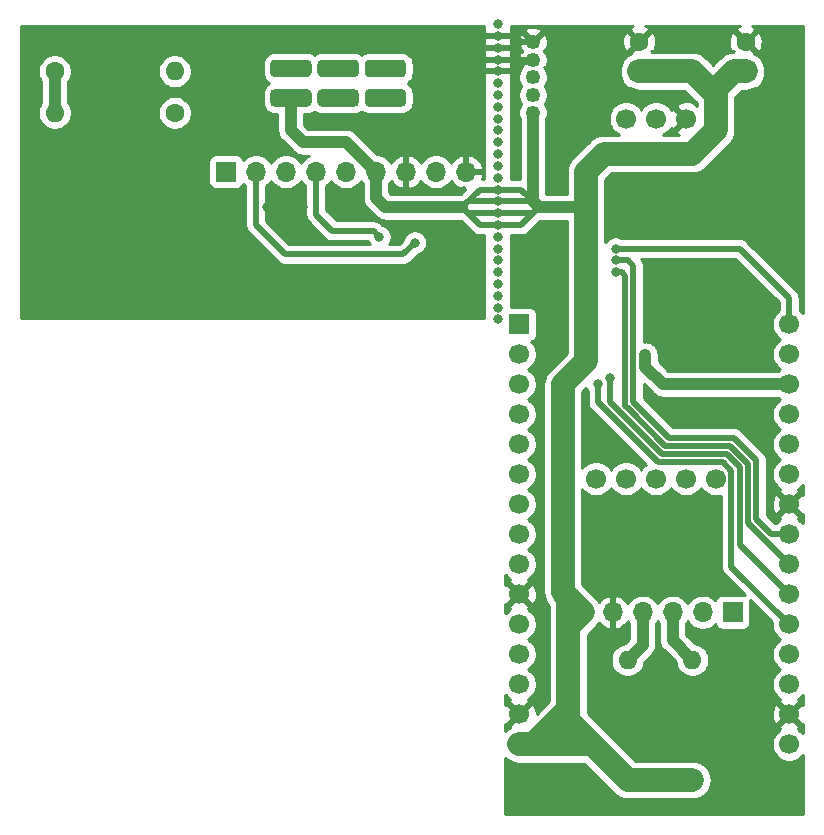
<source format=gbr>
%TF.GenerationSoftware,KiCad,Pcbnew,5.1.10*%
%TF.CreationDate,2021-11-06T10:08:14+01:00*%
%TF.ProjectId,air_quality_box,6169725f-7175-4616-9c69-74795f626f78,rev?*%
%TF.SameCoordinates,Original*%
%TF.FileFunction,Copper,L1,Top*%
%TF.FilePolarity,Positive*%
%FSLAX46Y46*%
G04 Gerber Fmt 4.6, Leading zero omitted, Abs format (unit mm)*
G04 Created by KiCad (PCBNEW 5.1.10) date 2021-11-06 10:08:14*
%MOMM*%
%LPD*%
G01*
G04 APERTURE LIST*
%TA.AperFunction,ComponentPad*%
%ADD10C,1.250000*%
%TD*%
%TA.AperFunction,ComponentPad*%
%ADD11R,1.600000X1.600000*%
%TD*%
%TA.AperFunction,ComponentPad*%
%ADD12C,1.600000*%
%TD*%
%TA.AperFunction,ComponentPad*%
%ADD13R,1.700000X1.700000*%
%TD*%
%TA.AperFunction,ComponentPad*%
%ADD14C,1.700000*%
%TD*%
%TA.AperFunction,ComponentPad*%
%ADD15O,1.700000X1.700000*%
%TD*%
%TA.AperFunction,ComponentPad*%
%ADD16O,1.600000X1.600000*%
%TD*%
%TA.AperFunction,ViaPad*%
%ADD17C,0.800000*%
%TD*%
%TA.AperFunction,Conductor*%
%ADD18C,2.000000*%
%TD*%
%TA.AperFunction,Conductor*%
%ADD19C,0.500000*%
%TD*%
%TA.AperFunction,Conductor*%
%ADD20C,1.000000*%
%TD*%
%TA.AperFunction,Conductor*%
%ADD21C,0.254000*%
%TD*%
%TA.AperFunction,Conductor*%
%ADD22C,0.100000*%
%TD*%
G04 APERTURE END LIST*
D10*
%TO.P,J3,5*%
%TO.N,+5V*%
X142500000Y-46500000D03*
%TO.P,J3,4*%
%TO.N,I2C_SDA*%
X142500000Y-45000000D03*
%TO.P,J3,3*%
%TO.N,I2C_SCL*%
X142500000Y-43500000D03*
%TO.P,J3,2*%
%TO.N,GND*%
X142500000Y-42000000D03*
%TO.P,J3,1*%
X142500000Y-40500000D03*
%TD*%
%TO.P,SW1,3*%
%TO.N,+5V*%
%TA.AperFunction,ComponentPad*%
G36*
G01*
X123750000Y-42375000D02*
X123750000Y-43125000D01*
G75*
G02*
X123375000Y-43500000I-375000J0D01*
G01*
X120625000Y-43500000D01*
G75*
G02*
X120250000Y-43125000I0J375000D01*
G01*
X120250000Y-42375000D01*
G75*
G02*
X120625000Y-42000000I375000J0D01*
G01*
X123375000Y-42000000D01*
G75*
G02*
X123750000Y-42375000I0J-375000D01*
G01*
G37*
%TD.AperFunction*%
%TO.P,SW1,2*%
%TO.N,Net-(R3-Pad2)*%
%TA.AperFunction,ComponentPad*%
G36*
G01*
X127750000Y-42375000D02*
X127750000Y-43125000D01*
G75*
G02*
X127375000Y-43500000I-375000J0D01*
G01*
X124625000Y-43500000D01*
G75*
G02*
X124250000Y-43125000I0J375000D01*
G01*
X124250000Y-42375000D01*
G75*
G02*
X124625000Y-42000000I375000J0D01*
G01*
X127375000Y-42000000D01*
G75*
G02*
X127750000Y-42375000I0J-375000D01*
G01*
G37*
%TD.AperFunction*%
%TO.P,SW1,1*%
%TO.N,Net-(SW1-Pad1)*%
%TA.AperFunction,ComponentPad*%
G36*
G01*
X131750000Y-42375000D02*
X131750000Y-43125000D01*
G75*
G02*
X131375000Y-43500000I-375000J0D01*
G01*
X128625000Y-43500000D01*
G75*
G02*
X128250000Y-43125000I0J375000D01*
G01*
X128250000Y-42375000D01*
G75*
G02*
X128625000Y-42000000I375000J0D01*
G01*
X131375000Y-42000000D01*
G75*
G02*
X131750000Y-42375000I0J-375000D01*
G01*
G37*
%TD.AperFunction*%
%TO.P,SW1,3*%
%TO.N,+5V*%
%TA.AperFunction,ComponentPad*%
G36*
G01*
X123750000Y-44875000D02*
X123750000Y-45625000D01*
G75*
G02*
X123375000Y-46000000I-375000J0D01*
G01*
X120625000Y-46000000D01*
G75*
G02*
X120250000Y-45625000I0J375000D01*
G01*
X120250000Y-44875000D01*
G75*
G02*
X120625000Y-44500000I375000J0D01*
G01*
X123375000Y-44500000D01*
G75*
G02*
X123750000Y-44875000I0J-375000D01*
G01*
G37*
%TD.AperFunction*%
%TO.P,SW1,2*%
%TO.N,Net-(R3-Pad2)*%
%TA.AperFunction,ComponentPad*%
G36*
G01*
X127750000Y-44875000D02*
X127750000Y-45625000D01*
G75*
G02*
X127375000Y-46000000I-375000J0D01*
G01*
X124625000Y-46000000D01*
G75*
G02*
X124250000Y-45625000I0J375000D01*
G01*
X124250000Y-44875000D01*
G75*
G02*
X124625000Y-44500000I375000J0D01*
G01*
X127375000Y-44500000D01*
G75*
G02*
X127750000Y-44875000I0J-375000D01*
G01*
G37*
%TD.AperFunction*%
%TO.P,SW1,1*%
%TO.N,Net-(SW1-Pad1)*%
%TA.AperFunction,ComponentPad*%
G36*
G01*
X131750000Y-44875000D02*
X131750000Y-45625000D01*
G75*
G02*
X131375000Y-46000000I-375000J0D01*
G01*
X128625000Y-46000000D01*
G75*
G02*
X128250000Y-45625000I0J375000D01*
G01*
X128250000Y-44875000D01*
G75*
G02*
X128625000Y-44500000I375000J0D01*
G01*
X131375000Y-44500000D01*
G75*
G02*
X131750000Y-44875000I0J-375000D01*
G01*
G37*
%TD.AperFunction*%
%TD*%
D11*
%TO.P,C1,1*%
%TO.N,+5V*%
X160500000Y-43000000D03*
D12*
%TO.P,C1,2*%
%TO.N,GND*%
X160500000Y-40500000D03*
%TD*%
%TO.P,C2,2*%
%TO.N,GND*%
X151500000Y-40500000D03*
D11*
%TO.P,C2,1*%
%TO.N,+5V*%
X151500000Y-43000000D03*
%TD*%
D13*
%TO.P,J1,1*%
%TO.N,+5V*%
X158000000Y-47000000D03*
D14*
%TO.P,J1,2*%
%TO.N,GND*%
X155460000Y-47000000D03*
%TO.P,J1,3*%
%TO.N,Net-(J1-Pad3)*%
X152920000Y-47000000D03*
%TO.P,J1,4*%
%TO.N,Net-(J1-Pad4)*%
X150380000Y-47000000D03*
%TO.P,J1,5*%
%TO.N,Net-(J1-Pad5)*%
X147840000Y-77480000D03*
%TO.P,J1,6*%
%TO.N,Net-(J1-Pad6)*%
X150380000Y-77480000D03*
%TO.P,J1,7*%
%TO.N,UART_1_RX*%
X152920000Y-77480000D03*
%TO.P,J1,8*%
%TO.N,UART_1_TX*%
X155460000Y-77480000D03*
%TO.P,J1,9*%
%TO.N,Net-(J1-Pad9)*%
X158000000Y-77480000D03*
%TD*%
D13*
%TO.P,J2,1*%
%TO.N,Net-(J2-Pad1)*%
X159400000Y-88800000D03*
D15*
%TO.P,J2,2*%
%TO.N,Net-(J2-Pad2)*%
X156860000Y-88800000D03*
%TO.P,J2,3*%
%TO.N,I2C_SDA*%
X154320000Y-88800000D03*
%TO.P,J2,4*%
%TO.N,I2C_SCL*%
X151780000Y-88800000D03*
%TO.P,J2,5*%
%TO.N,GND*%
X149240000Y-88800000D03*
%TO.P,J2,6*%
%TO.N,+5V*%
X146700000Y-88800000D03*
%TD*%
D13*
%TO.P,J4,1*%
%TO.N,LCD_CS*%
X116500000Y-51500000D03*
D15*
%TO.P,J4,2*%
%TO.N,LCD_RST*%
X119040000Y-51500000D03*
%TO.P,J4,3*%
%TO.N,LCD_DC*%
X121580000Y-51500000D03*
%TO.P,J4,4*%
%TO.N,SPI_SCL*%
X124120000Y-51500000D03*
%TO.P,J4,5*%
%TO.N,SPI_MOSI*%
X126660000Y-51500000D03*
%TO.P,J4,6*%
%TO.N,+5V*%
X129200000Y-51500000D03*
%TO.P,J4,7*%
%TO.N,GND*%
X131740000Y-51500000D03*
%TO.P,J4,8*%
%TO.N,Net-(J4-Pad8)*%
X134280000Y-51500000D03*
%TO.P,J4,9*%
%TO.N,GND*%
X136820000Y-51500000D03*
%TD*%
D16*
%TO.P,R1,2*%
%TO.N,I2C_SCL*%
X150500000Y-92840000D03*
D12*
%TO.P,R1,1*%
%TO.N,+5V*%
X150500000Y-103000000D03*
%TD*%
%TO.P,R2,1*%
%TO.N,+5V*%
X156000000Y-103000000D03*
D16*
%TO.P,R2,2*%
%TO.N,I2C_SDA*%
X156000000Y-92840000D03*
%TD*%
D13*
%TO.P,U1,1*%
%TO.N,Net-(U1-Pad1)*%
X141330001Y-64410001D03*
D14*
%TO.P,U1,2*%
%TO.N,Net-(U1-Pad2)*%
X141330001Y-66950001D03*
%TO.P,U1,3*%
%TO.N,Net-(U1-Pad3)*%
X141330001Y-69490001D03*
%TO.P,U1,4*%
%TO.N,Net-(U1-Pad4)*%
X141330001Y-72030001D03*
%TO.P,U1,5*%
%TO.N,Net-(U1-Pad5)*%
X141330001Y-74570001D03*
%TO.P,U1,6*%
%TO.N,Net-(U1-Pad6)*%
X141330001Y-77110001D03*
%TO.P,U1,7*%
%TO.N,Net-(U1-Pad7)*%
X141330001Y-79650001D03*
%TO.P,U1,8*%
%TO.N,Net-(U1-Pad8)*%
X141330001Y-82190001D03*
%TO.P,U1,9*%
%TO.N,Net-(U1-Pad9)*%
X141330001Y-84730001D03*
%TO.P,U1,10*%
%TO.N,GND*%
X141330001Y-87270001D03*
%TO.P,U1,11*%
%TO.N,Net-(U1-Pad11)*%
X141330001Y-89810001D03*
%TO.P,U1,12*%
%TO.N,Net-(U1-Pad12)*%
X141330001Y-92350001D03*
%TO.P,U1,13*%
%TO.N,Net-(U1-Pad13)*%
X141330001Y-94890001D03*
%TO.P,U1,14*%
%TO.N,GND*%
X141330001Y-97430001D03*
%TO.P,U1,15*%
%TO.N,+5V*%
X141330001Y-99970001D03*
%TO.P,U1,16*%
%TO.N,LCD_RST*%
X164190001Y-64410001D03*
%TO.P,U1,17*%
%TO.N,I2C_SCL*%
X164190001Y-66950001D03*
%TO.P,U1,18*%
%TO.N,I2C_SDA*%
X164190001Y-69490001D03*
%TO.P,U1,19*%
%TO.N,UART_1_RX*%
X164190001Y-72030001D03*
%TO.P,U1,20*%
%TO.N,UART_1_TX*%
X164190001Y-74570001D03*
%TO.P,U1,21*%
%TO.N,Net-(U1-Pad21)*%
X164190001Y-77110001D03*
%TO.P,U1,22*%
%TO.N,GND*%
X164190001Y-79650001D03*
%TO.P,U1,23*%
%TO.N,SPI_SCL*%
X164190001Y-82190001D03*
%TO.P,U1,24*%
%TO.N,SPI_MOSI*%
X164190001Y-84730001D03*
%TO.P,U1,25*%
%TO.N,LCD_DC*%
X164190001Y-87270001D03*
%TO.P,U1,26*%
%TO.N,LCD_CS*%
X164190001Y-89810001D03*
%TO.P,U1,27*%
%TO.N,Net-(U1-Pad27)*%
X164190001Y-92350001D03*
%TO.P,U1,28*%
%TO.N,Net-(U1-Pad28)*%
X164190001Y-94890001D03*
%TO.P,U1,29*%
%TO.N,GND*%
X164190001Y-97430001D03*
%TO.P,U1,30*%
%TO.N,Net-(U1-Pad30)*%
X164190001Y-99970001D03*
%TD*%
D16*
%TO.P,R3,2*%
%TO.N,Net-(R3-Pad2)*%
X112160000Y-43000000D03*
D12*
%TO.P,R3,1*%
%TO.N,Net-(R3-Pad1)*%
X102000000Y-43000000D03*
%TD*%
%TO.P,R4,1*%
%TO.N,Net-(J4-Pad8)*%
X112160000Y-46500000D03*
D16*
%TO.P,R4,2*%
%TO.N,Net-(R3-Pad1)*%
X102000000Y-46500000D03*
%TD*%
D17*
%TO.N,*%
X139500000Y-44000000D03*
X139500000Y-57000000D03*
X139500000Y-63000000D03*
X139500000Y-49000000D03*
X139500000Y-64000000D03*
X139500000Y-50000000D03*
X139500000Y-51000000D03*
X139500000Y-52000000D03*
X139500000Y-45000000D03*
X139500000Y-46000000D03*
X139500000Y-47000000D03*
X139500000Y-48000000D03*
X139500000Y-39000000D03*
%TO.N,+5V*%
X139500000Y-54000000D03*
X139500000Y-55000000D03*
X139500000Y-53000000D03*
X136500000Y-54500000D03*
X139500000Y-56000000D03*
X143000000Y-54500000D03*
%TO.N,GND*%
X139500000Y-43000000D03*
X139500000Y-42000000D03*
X139500000Y-41000000D03*
X139500000Y-40000000D03*
X120000000Y-54500000D03*
X123000000Y-54500000D03*
X150500000Y-75500000D03*
X155000000Y-72000000D03*
X155000000Y-80500000D03*
X155000000Y-64500000D03*
X120000000Y-60500000D03*
X136000000Y-41500000D03*
%TO.N,I2C_SDA*%
X152000000Y-67000000D03*
%TO.N,LCD_CS*%
X139500000Y-62000000D03*
X148000000Y-69500000D03*
%TO.N,LCD_RST*%
X139500000Y-58000000D03*
X149500000Y-58000000D03*
X132500000Y-57500000D03*
%TO.N,LCD_DC*%
X139500000Y-61000000D03*
X149000000Y-69000000D03*
%TO.N,SPI_SCL*%
X139500000Y-59000000D03*
X149500000Y-59000000D03*
X129500000Y-57000000D03*
%TO.N,SPI_MOSI*%
X139500000Y-60000000D03*
X149500000Y-60000000D03*
%TD*%
D18*
%TO.N,+5V*%
X147000000Y-53960002D02*
X147000000Y-53500000D01*
X147470001Y-99970001D02*
X150500000Y-103000000D01*
X150500000Y-103000000D02*
X156000000Y-103000000D01*
X142532082Y-99970001D02*
X145500000Y-97002083D01*
X141330001Y-99970001D02*
X142532082Y-99970001D01*
X145500000Y-99500000D02*
X145029999Y-99970001D01*
X145500000Y-97002083D02*
X145500000Y-99500000D01*
X145029999Y-99970001D02*
X147470001Y-99970001D01*
X141330001Y-99970001D02*
X145029999Y-99970001D01*
X145500000Y-98000000D02*
X147470001Y-99970001D01*
X145500000Y-97002083D02*
X145500000Y-98000000D01*
D19*
X139500000Y-53000000D02*
X141500000Y-53000000D01*
X137000000Y-54000000D02*
X136500000Y-54500000D01*
X139500000Y-54000000D02*
X137000000Y-54000000D01*
X139500000Y-55000000D02*
X137000000Y-55000000D01*
X137000000Y-55000000D02*
X136500000Y-54500000D01*
X138000000Y-53000000D02*
X136500000Y-54500000D01*
X139500000Y-53000000D02*
X138000000Y-53000000D01*
X139500000Y-56000000D02*
X141500000Y-56000000D01*
X138000000Y-56000000D02*
X136500000Y-54500000D01*
X139500000Y-56000000D02*
X138000000Y-56000000D01*
D20*
X136500000Y-54500000D02*
X130000000Y-54500000D01*
X129200000Y-53700000D02*
X129200000Y-51500000D01*
X130000000Y-54500000D02*
X129200000Y-53700000D01*
D19*
X139500000Y-54000000D02*
X142500000Y-54000000D01*
X141500000Y-53000000D02*
X143000000Y-54500000D01*
X142500000Y-55000000D02*
X143000000Y-54500000D01*
X139500000Y-55000000D02*
X142500000Y-55000000D01*
X141500000Y-56000000D02*
X143000000Y-54500000D01*
D20*
X143000000Y-54500000D02*
X147000000Y-54500000D01*
D18*
X147000000Y-53500000D02*
X147000000Y-54500000D01*
X151500000Y-43000000D02*
X156000000Y-43000000D01*
X158000000Y-45000000D02*
X158000000Y-47000000D01*
X156000000Y-43000000D02*
X158000000Y-45000000D01*
X158000000Y-45000000D02*
X158000000Y-44500000D01*
X159500000Y-43000000D02*
X160500000Y-43000000D01*
X158000000Y-44500000D02*
X159500000Y-43000000D01*
X147000000Y-53500000D02*
X147000000Y-51500000D01*
X147000000Y-51500000D02*
X148500000Y-50000000D01*
X148500000Y-50000000D02*
X156000000Y-50000000D01*
X158000000Y-48000000D02*
X158000000Y-47000000D01*
X156000000Y-50000000D02*
X158000000Y-48000000D01*
D20*
X142500000Y-54000000D02*
X143000000Y-54500000D01*
X142500000Y-46500000D02*
X142500000Y-54000000D01*
X129200000Y-51500000D02*
X126700000Y-49000000D01*
X126700000Y-49000000D02*
X123000000Y-49000000D01*
X122000000Y-48000000D02*
X122000000Y-45250000D01*
X123000000Y-49000000D02*
X122000000Y-48000000D01*
D18*
X145000000Y-87100000D02*
X146700000Y-88800000D01*
X145000000Y-69500000D02*
X145000000Y-87100000D01*
X147000000Y-67500000D02*
X145000000Y-69500000D01*
X147000000Y-54500000D02*
X147000000Y-67500000D01*
X145500000Y-90000000D02*
X146700000Y-88800000D01*
X145500000Y-97002083D02*
X145500000Y-90000000D01*
X145500000Y-87600000D02*
X145000000Y-87100000D01*
X145500000Y-90000000D02*
X145500000Y-87600000D01*
D19*
%TO.N,GND*%
X139500000Y-40000000D02*
X141000000Y-40000000D01*
X141500000Y-40500000D02*
X142500000Y-40500000D01*
X141000000Y-40000000D02*
X141500000Y-40500000D01*
X139500000Y-41000000D02*
X141000000Y-41000000D01*
X141000000Y-41000000D02*
X141500000Y-40500000D01*
X139500000Y-43000000D02*
X141000000Y-43000000D01*
X141000000Y-43000000D02*
X142000000Y-42000000D01*
X142000000Y-42000000D02*
X142500000Y-42000000D01*
X139500000Y-42000000D02*
X142000000Y-42000000D01*
X136500000Y-41000000D02*
X136000000Y-41500000D01*
X139500000Y-41000000D02*
X136500000Y-41000000D01*
X137500000Y-40000000D02*
X136000000Y-41500000D01*
X139500000Y-40000000D02*
X137500000Y-40000000D01*
X136500000Y-42000000D02*
X136000000Y-41500000D01*
X139500000Y-42000000D02*
X136500000Y-42000000D01*
X137500000Y-43000000D02*
X136000000Y-41500000D01*
X139500000Y-43000000D02*
X137500000Y-43000000D01*
D20*
%TO.N,I2C_SDA*%
X154320000Y-91160000D02*
X156000000Y-92840000D01*
X154320000Y-88800000D02*
X154320000Y-91160000D01*
X153490001Y-69490001D02*
X164190001Y-69490001D01*
X152000000Y-68000000D02*
X153490001Y-69490001D01*
X152000000Y-67000000D02*
X152000000Y-68000000D01*
%TO.N,I2C_SCL*%
X151780000Y-91560000D02*
X150500000Y-92840000D01*
X151780000Y-88800000D02*
X151780000Y-91560000D01*
D19*
%TO.N,LCD_CS*%
X159300001Y-76855999D02*
X158544035Y-76100033D01*
X159300001Y-84920001D02*
X159300001Y-76855999D01*
X164190001Y-89810001D02*
X159300001Y-84920001D01*
X158544035Y-76100033D02*
X153100033Y-76100033D01*
X148000000Y-71000000D02*
X148000000Y-69500000D01*
X153100033Y-76100033D02*
X148000000Y-71000000D01*
%TO.N,LCD_RST*%
X164190001Y-64410001D02*
X164190001Y-62190001D01*
X160000000Y-58000000D02*
X149500000Y-58000000D01*
X164190001Y-62190001D02*
X160000000Y-58000000D01*
X132500000Y-57500000D02*
X131500000Y-58500000D01*
X131500000Y-58500000D02*
X121500000Y-58500000D01*
X119040000Y-56040000D02*
X119040000Y-51500000D01*
X121500000Y-58500000D02*
X119040000Y-56040000D01*
%TO.N,LCD_DC*%
X160000010Y-76500010D02*
X158900022Y-75400022D01*
X160000010Y-83080010D02*
X160000010Y-76500010D01*
X164190001Y-87270001D02*
X160000010Y-83080010D01*
X158900022Y-75400022D02*
X153400022Y-75400022D01*
X153400022Y-75400022D02*
X150000000Y-72000000D01*
X149000000Y-71000000D02*
X149000000Y-69000000D01*
X150000000Y-72000000D02*
X149000000Y-71000000D01*
%TO.N,SPI_SCL*%
X162690001Y-82190001D02*
X161400032Y-80900032D01*
X161400032Y-80900032D02*
X161400032Y-75900032D01*
X150500000Y-59000000D02*
X149500000Y-59000000D01*
X161400032Y-75900032D02*
X159500000Y-74000000D01*
X151000000Y-60000000D02*
X151000000Y-59500000D01*
X164190001Y-82190001D02*
X162690001Y-82190001D01*
X154500000Y-74000000D02*
X154000000Y-74000000D01*
X159500000Y-74000000D02*
X154500000Y-74000000D01*
X154000000Y-74000000D02*
X151000000Y-71000000D01*
X151000000Y-71000000D02*
X151000000Y-60000000D01*
X151000000Y-59500000D02*
X150500000Y-59000000D01*
X129500000Y-57000000D02*
X129000000Y-56500000D01*
X129000000Y-56500000D02*
X125500000Y-56500000D01*
X124120000Y-55120000D02*
X124120000Y-51500000D01*
X125500000Y-56500000D02*
X124120000Y-55120000D01*
%TO.N,SPI_MOSI*%
X150000000Y-60000000D02*
X149500000Y-60000000D01*
X150299990Y-60299990D02*
X150000000Y-60000000D01*
X150299990Y-71289953D02*
X150299990Y-60299990D01*
X160700021Y-81240021D02*
X160700021Y-76200021D01*
X150500000Y-71489963D02*
X150299990Y-71289953D01*
X153700011Y-74700011D02*
X150500000Y-71500000D01*
X159200011Y-74700011D02*
X153700011Y-74700011D01*
X160700021Y-76200021D02*
X159200011Y-74700011D01*
X150500000Y-71500000D02*
X150500000Y-71489963D01*
X164190001Y-84730001D02*
X160700021Y-81240021D01*
D20*
%TO.N,Net-(R3-Pad1)*%
X102000000Y-43000000D02*
X102000000Y-46500000D01*
%TD*%
D21*
%TO.N,GND*%
X156846525Y-78426632D02*
X157053368Y-78633475D01*
X157296589Y-78795990D01*
X157566842Y-78907932D01*
X157853740Y-78965000D01*
X158146260Y-78965000D01*
X158415002Y-78911544D01*
X158415001Y-84876532D01*
X158410720Y-84920001D01*
X158415001Y-84963470D01*
X158415001Y-84963477D01*
X158427806Y-85093490D01*
X158478412Y-85260313D01*
X158560590Y-85414059D01*
X158671184Y-85548818D01*
X158704957Y-85576535D01*
X160486629Y-87358207D01*
X160374482Y-87324188D01*
X160250000Y-87311928D01*
X158550000Y-87311928D01*
X158425518Y-87324188D01*
X158305820Y-87360498D01*
X158195506Y-87419463D01*
X158098815Y-87498815D01*
X158019463Y-87595506D01*
X157960498Y-87705820D01*
X157938487Y-87778380D01*
X157806632Y-87646525D01*
X157563411Y-87484010D01*
X157293158Y-87372068D01*
X157006260Y-87315000D01*
X156713740Y-87315000D01*
X156426842Y-87372068D01*
X156156589Y-87484010D01*
X155913368Y-87646525D01*
X155706525Y-87853368D01*
X155590000Y-88027760D01*
X155473475Y-87853368D01*
X155266632Y-87646525D01*
X155023411Y-87484010D01*
X154753158Y-87372068D01*
X154466260Y-87315000D01*
X154173740Y-87315000D01*
X153886842Y-87372068D01*
X153616589Y-87484010D01*
X153373368Y-87646525D01*
X153166525Y-87853368D01*
X153050000Y-88027760D01*
X152933475Y-87853368D01*
X152726632Y-87646525D01*
X152483411Y-87484010D01*
X152213158Y-87372068D01*
X151926260Y-87315000D01*
X151633740Y-87315000D01*
X151346842Y-87372068D01*
X151076589Y-87484010D01*
X150833368Y-87646525D01*
X150626525Y-87853368D01*
X150504805Y-88035534D01*
X150435178Y-87918645D01*
X150240269Y-87702412D01*
X150006920Y-87528359D01*
X149744099Y-87403175D01*
X149596890Y-87358524D01*
X149367000Y-87479845D01*
X149367000Y-88673000D01*
X149387000Y-88673000D01*
X149387000Y-88927000D01*
X149367000Y-88927000D01*
X149367000Y-90120155D01*
X149596890Y-90241476D01*
X149744099Y-90196825D01*
X150006920Y-90071641D01*
X150240269Y-89897588D01*
X150435178Y-89681355D01*
X150504805Y-89564466D01*
X150626525Y-89746632D01*
X150645000Y-89765107D01*
X150645001Y-91089867D01*
X150322718Y-91412150D01*
X150081426Y-91460147D01*
X149820273Y-91568320D01*
X149585241Y-91725363D01*
X149385363Y-91925241D01*
X149228320Y-92160273D01*
X149120147Y-92421426D01*
X149065000Y-92698665D01*
X149065000Y-92981335D01*
X149120147Y-93258574D01*
X149228320Y-93519727D01*
X149385363Y-93754759D01*
X149585241Y-93954637D01*
X149820273Y-94111680D01*
X150081426Y-94219853D01*
X150358665Y-94275000D01*
X150641335Y-94275000D01*
X150918574Y-94219853D01*
X151179727Y-94111680D01*
X151414759Y-93954637D01*
X151614637Y-93754759D01*
X151771680Y-93519727D01*
X151879853Y-93258574D01*
X151927850Y-93017282D01*
X152543140Y-92401992D01*
X152586449Y-92366449D01*
X152728284Y-92193623D01*
X152833676Y-91996447D01*
X152898577Y-91782499D01*
X152915000Y-91615752D01*
X152915000Y-91615743D01*
X152920490Y-91560001D01*
X152915000Y-91504259D01*
X152915000Y-89765107D01*
X152933475Y-89746632D01*
X153050000Y-89572240D01*
X153166525Y-89746632D01*
X153185000Y-89765107D01*
X153185001Y-91104239D01*
X153179509Y-91160000D01*
X153201423Y-91382498D01*
X153266324Y-91596446D01*
X153291160Y-91642911D01*
X153371717Y-91793623D01*
X153513552Y-91966449D01*
X153556860Y-92001991D01*
X154572150Y-93017282D01*
X154620147Y-93258574D01*
X154728320Y-93519727D01*
X154885363Y-93754759D01*
X155085241Y-93954637D01*
X155320273Y-94111680D01*
X155581426Y-94219853D01*
X155858665Y-94275000D01*
X156141335Y-94275000D01*
X156418574Y-94219853D01*
X156679727Y-94111680D01*
X156914759Y-93954637D01*
X157114637Y-93754759D01*
X157271680Y-93519727D01*
X157379853Y-93258574D01*
X157435000Y-92981335D01*
X157435000Y-92698665D01*
X157379853Y-92421426D01*
X157271680Y-92160273D01*
X157114637Y-91925241D01*
X156914759Y-91725363D01*
X156679727Y-91568320D01*
X156418574Y-91460147D01*
X156177282Y-91412150D01*
X155455000Y-90689869D01*
X155455000Y-89765107D01*
X155473475Y-89746632D01*
X155590000Y-89572240D01*
X155706525Y-89746632D01*
X155913368Y-89953475D01*
X156156589Y-90115990D01*
X156426842Y-90227932D01*
X156713740Y-90285000D01*
X157006260Y-90285000D01*
X157293158Y-90227932D01*
X157563411Y-90115990D01*
X157806632Y-89953475D01*
X157938487Y-89821620D01*
X157960498Y-89894180D01*
X158019463Y-90004494D01*
X158098815Y-90101185D01*
X158195506Y-90180537D01*
X158305820Y-90239502D01*
X158425518Y-90275812D01*
X158550000Y-90288072D01*
X160250000Y-90288072D01*
X160374482Y-90275812D01*
X160494180Y-90239502D01*
X160604494Y-90180537D01*
X160701185Y-90101185D01*
X160780537Y-90004494D01*
X160839502Y-89894180D01*
X160875812Y-89774482D01*
X160888072Y-89650000D01*
X160888072Y-87950000D01*
X160875812Y-87825518D01*
X160841793Y-87713371D01*
X162719462Y-89591041D01*
X162705001Y-89663741D01*
X162705001Y-89956261D01*
X162762069Y-90243159D01*
X162874011Y-90513412D01*
X163036526Y-90756633D01*
X163243369Y-90963476D01*
X163417761Y-91080001D01*
X163243369Y-91196526D01*
X163036526Y-91403369D01*
X162874011Y-91646590D01*
X162762069Y-91916843D01*
X162705001Y-92203741D01*
X162705001Y-92496261D01*
X162762069Y-92783159D01*
X162874011Y-93053412D01*
X163036526Y-93296633D01*
X163243369Y-93503476D01*
X163417761Y-93620001D01*
X163243369Y-93736526D01*
X163036526Y-93943369D01*
X162874011Y-94186590D01*
X162762069Y-94456843D01*
X162705001Y-94743741D01*
X162705001Y-95036261D01*
X162762069Y-95323159D01*
X162874011Y-95593412D01*
X163036526Y-95836633D01*
X163243369Y-96043476D01*
X163416730Y-96159312D01*
X163341209Y-96401604D01*
X164190001Y-97250396D01*
X165038793Y-96401604D01*
X164963272Y-96159312D01*
X165136633Y-96043476D01*
X165340000Y-95840109D01*
X165340000Y-96619112D01*
X165218398Y-96581209D01*
X164369606Y-97430001D01*
X165218398Y-98278793D01*
X165340000Y-98240890D01*
X165340000Y-99019893D01*
X165136633Y-98816526D01*
X164963272Y-98700690D01*
X165038793Y-98458398D01*
X164190001Y-97609606D01*
X163341209Y-98458398D01*
X163416730Y-98700690D01*
X163243369Y-98816526D01*
X163036526Y-99023369D01*
X162874011Y-99266590D01*
X162762069Y-99536843D01*
X162705001Y-99823741D01*
X162705001Y-100116261D01*
X162762069Y-100403159D01*
X162874011Y-100673412D01*
X163036526Y-100916633D01*
X163243369Y-101123476D01*
X163486590Y-101285991D01*
X163756843Y-101397933D01*
X164043741Y-101455001D01*
X164336261Y-101455001D01*
X164623159Y-101397933D01*
X164893412Y-101285991D01*
X165136633Y-101123476D01*
X165340000Y-100920109D01*
X165340000Y-105840000D01*
X140160000Y-105840000D01*
X140160000Y-101121617D01*
X140168287Y-101131715D01*
X140417249Y-101336032D01*
X140701286Y-101487853D01*
X141009485Y-101581344D01*
X141249679Y-101605001D01*
X142451763Y-101605001D01*
X142532082Y-101612912D01*
X142612401Y-101605001D01*
X144949680Y-101605001D01*
X145029999Y-101612912D01*
X145110318Y-101605001D01*
X146792763Y-101605001D01*
X149287084Y-104099324D01*
X149338286Y-104161714D01*
X149587248Y-104366031D01*
X149716280Y-104435000D01*
X149871285Y-104517852D01*
X150179483Y-104611343D01*
X150500000Y-104642911D01*
X150580322Y-104635000D01*
X156080322Y-104635000D01*
X156320516Y-104611343D01*
X156628715Y-104517852D01*
X156912752Y-104366031D01*
X157161714Y-104161714D01*
X157366031Y-103912752D01*
X157517852Y-103628715D01*
X157611343Y-103320516D01*
X157642911Y-103000000D01*
X157611343Y-102679484D01*
X157517852Y-102371285D01*
X157366031Y-102087248D01*
X157161714Y-101838286D01*
X156912752Y-101633969D01*
X156628715Y-101482148D01*
X156320516Y-101388657D01*
X156080322Y-101365000D01*
X151177240Y-101365000D01*
X148682925Y-98870687D01*
X148631715Y-98808287D01*
X148569319Y-98757081D01*
X147310770Y-97498532D01*
X162699390Y-97498532D01*
X162741402Y-97788020D01*
X162839082Y-98063748D01*
X162912529Y-98201158D01*
X163161604Y-98278793D01*
X164010396Y-97430001D01*
X163161604Y-96581209D01*
X162912529Y-96658844D01*
X162786630Y-96922884D01*
X162714662Y-97206412D01*
X162699390Y-97498532D01*
X147310770Y-97498532D01*
X147135000Y-97322762D01*
X147135000Y-97082403D01*
X147142911Y-97002083D01*
X147135000Y-96921761D01*
X147135000Y-90677238D01*
X147799327Y-90012912D01*
X147861713Y-89961713D01*
X147912911Y-89899328D01*
X147912915Y-89899324D01*
X148066030Y-89712753D01*
X148068671Y-89707813D01*
X148239731Y-89897588D01*
X148473080Y-90071641D01*
X148735901Y-90196825D01*
X148883110Y-90241476D01*
X149113000Y-90120155D01*
X149113000Y-88927000D01*
X149093000Y-88927000D01*
X149093000Y-88673000D01*
X149113000Y-88673000D01*
X149113000Y-87479845D01*
X148883110Y-87358524D01*
X148735901Y-87403175D01*
X148473080Y-87528359D01*
X148239731Y-87702412D01*
X148068671Y-87892187D01*
X148066030Y-87887247D01*
X147912915Y-87700676D01*
X147912911Y-87700672D01*
X147861713Y-87638287D01*
X147799327Y-87587088D01*
X146712923Y-86500685D01*
X146661714Y-86438286D01*
X146635000Y-86416362D01*
X146635000Y-78349519D01*
X146686525Y-78426632D01*
X146893368Y-78633475D01*
X147136589Y-78795990D01*
X147406842Y-78907932D01*
X147693740Y-78965000D01*
X147986260Y-78965000D01*
X148273158Y-78907932D01*
X148543411Y-78795990D01*
X148786632Y-78633475D01*
X148993475Y-78426632D01*
X149110000Y-78252240D01*
X149226525Y-78426632D01*
X149433368Y-78633475D01*
X149676589Y-78795990D01*
X149946842Y-78907932D01*
X150233740Y-78965000D01*
X150526260Y-78965000D01*
X150813158Y-78907932D01*
X151083411Y-78795990D01*
X151326632Y-78633475D01*
X151533475Y-78426632D01*
X151650000Y-78252240D01*
X151766525Y-78426632D01*
X151973368Y-78633475D01*
X152216589Y-78795990D01*
X152486842Y-78907932D01*
X152773740Y-78965000D01*
X153066260Y-78965000D01*
X153353158Y-78907932D01*
X153623411Y-78795990D01*
X153866632Y-78633475D01*
X154073475Y-78426632D01*
X154190000Y-78252240D01*
X154306525Y-78426632D01*
X154513368Y-78633475D01*
X154756589Y-78795990D01*
X155026842Y-78907932D01*
X155313740Y-78965000D01*
X155606260Y-78965000D01*
X155893158Y-78907932D01*
X156163411Y-78795990D01*
X156406632Y-78633475D01*
X156613475Y-78426632D01*
X156730000Y-78252240D01*
X156846525Y-78426632D01*
%TA.AperFunction,Conductor*%
D22*
G36*
X156846525Y-78426632D02*
G01*
X157053368Y-78633475D01*
X157296589Y-78795990D01*
X157566842Y-78907932D01*
X157853740Y-78965000D01*
X158146260Y-78965000D01*
X158415002Y-78911544D01*
X158415001Y-84876532D01*
X158410720Y-84920001D01*
X158415001Y-84963470D01*
X158415001Y-84963477D01*
X158427806Y-85093490D01*
X158478412Y-85260313D01*
X158560590Y-85414059D01*
X158671184Y-85548818D01*
X158704957Y-85576535D01*
X160486629Y-87358207D01*
X160374482Y-87324188D01*
X160250000Y-87311928D01*
X158550000Y-87311928D01*
X158425518Y-87324188D01*
X158305820Y-87360498D01*
X158195506Y-87419463D01*
X158098815Y-87498815D01*
X158019463Y-87595506D01*
X157960498Y-87705820D01*
X157938487Y-87778380D01*
X157806632Y-87646525D01*
X157563411Y-87484010D01*
X157293158Y-87372068D01*
X157006260Y-87315000D01*
X156713740Y-87315000D01*
X156426842Y-87372068D01*
X156156589Y-87484010D01*
X155913368Y-87646525D01*
X155706525Y-87853368D01*
X155590000Y-88027760D01*
X155473475Y-87853368D01*
X155266632Y-87646525D01*
X155023411Y-87484010D01*
X154753158Y-87372068D01*
X154466260Y-87315000D01*
X154173740Y-87315000D01*
X153886842Y-87372068D01*
X153616589Y-87484010D01*
X153373368Y-87646525D01*
X153166525Y-87853368D01*
X153050000Y-88027760D01*
X152933475Y-87853368D01*
X152726632Y-87646525D01*
X152483411Y-87484010D01*
X152213158Y-87372068D01*
X151926260Y-87315000D01*
X151633740Y-87315000D01*
X151346842Y-87372068D01*
X151076589Y-87484010D01*
X150833368Y-87646525D01*
X150626525Y-87853368D01*
X150504805Y-88035534D01*
X150435178Y-87918645D01*
X150240269Y-87702412D01*
X150006920Y-87528359D01*
X149744099Y-87403175D01*
X149596890Y-87358524D01*
X149367000Y-87479845D01*
X149367000Y-88673000D01*
X149387000Y-88673000D01*
X149387000Y-88927000D01*
X149367000Y-88927000D01*
X149367000Y-90120155D01*
X149596890Y-90241476D01*
X149744099Y-90196825D01*
X150006920Y-90071641D01*
X150240269Y-89897588D01*
X150435178Y-89681355D01*
X150504805Y-89564466D01*
X150626525Y-89746632D01*
X150645000Y-89765107D01*
X150645001Y-91089867D01*
X150322718Y-91412150D01*
X150081426Y-91460147D01*
X149820273Y-91568320D01*
X149585241Y-91725363D01*
X149385363Y-91925241D01*
X149228320Y-92160273D01*
X149120147Y-92421426D01*
X149065000Y-92698665D01*
X149065000Y-92981335D01*
X149120147Y-93258574D01*
X149228320Y-93519727D01*
X149385363Y-93754759D01*
X149585241Y-93954637D01*
X149820273Y-94111680D01*
X150081426Y-94219853D01*
X150358665Y-94275000D01*
X150641335Y-94275000D01*
X150918574Y-94219853D01*
X151179727Y-94111680D01*
X151414759Y-93954637D01*
X151614637Y-93754759D01*
X151771680Y-93519727D01*
X151879853Y-93258574D01*
X151927850Y-93017282D01*
X152543140Y-92401992D01*
X152586449Y-92366449D01*
X152728284Y-92193623D01*
X152833676Y-91996447D01*
X152898577Y-91782499D01*
X152915000Y-91615752D01*
X152915000Y-91615743D01*
X152920490Y-91560001D01*
X152915000Y-91504259D01*
X152915000Y-89765107D01*
X152933475Y-89746632D01*
X153050000Y-89572240D01*
X153166525Y-89746632D01*
X153185000Y-89765107D01*
X153185001Y-91104239D01*
X153179509Y-91160000D01*
X153201423Y-91382498D01*
X153266324Y-91596446D01*
X153291160Y-91642911D01*
X153371717Y-91793623D01*
X153513552Y-91966449D01*
X153556860Y-92001991D01*
X154572150Y-93017282D01*
X154620147Y-93258574D01*
X154728320Y-93519727D01*
X154885363Y-93754759D01*
X155085241Y-93954637D01*
X155320273Y-94111680D01*
X155581426Y-94219853D01*
X155858665Y-94275000D01*
X156141335Y-94275000D01*
X156418574Y-94219853D01*
X156679727Y-94111680D01*
X156914759Y-93954637D01*
X157114637Y-93754759D01*
X157271680Y-93519727D01*
X157379853Y-93258574D01*
X157435000Y-92981335D01*
X157435000Y-92698665D01*
X157379853Y-92421426D01*
X157271680Y-92160273D01*
X157114637Y-91925241D01*
X156914759Y-91725363D01*
X156679727Y-91568320D01*
X156418574Y-91460147D01*
X156177282Y-91412150D01*
X155455000Y-90689869D01*
X155455000Y-89765107D01*
X155473475Y-89746632D01*
X155590000Y-89572240D01*
X155706525Y-89746632D01*
X155913368Y-89953475D01*
X156156589Y-90115990D01*
X156426842Y-90227932D01*
X156713740Y-90285000D01*
X157006260Y-90285000D01*
X157293158Y-90227932D01*
X157563411Y-90115990D01*
X157806632Y-89953475D01*
X157938487Y-89821620D01*
X157960498Y-89894180D01*
X158019463Y-90004494D01*
X158098815Y-90101185D01*
X158195506Y-90180537D01*
X158305820Y-90239502D01*
X158425518Y-90275812D01*
X158550000Y-90288072D01*
X160250000Y-90288072D01*
X160374482Y-90275812D01*
X160494180Y-90239502D01*
X160604494Y-90180537D01*
X160701185Y-90101185D01*
X160780537Y-90004494D01*
X160839502Y-89894180D01*
X160875812Y-89774482D01*
X160888072Y-89650000D01*
X160888072Y-87950000D01*
X160875812Y-87825518D01*
X160841793Y-87713371D01*
X162719462Y-89591041D01*
X162705001Y-89663741D01*
X162705001Y-89956261D01*
X162762069Y-90243159D01*
X162874011Y-90513412D01*
X163036526Y-90756633D01*
X163243369Y-90963476D01*
X163417761Y-91080001D01*
X163243369Y-91196526D01*
X163036526Y-91403369D01*
X162874011Y-91646590D01*
X162762069Y-91916843D01*
X162705001Y-92203741D01*
X162705001Y-92496261D01*
X162762069Y-92783159D01*
X162874011Y-93053412D01*
X163036526Y-93296633D01*
X163243369Y-93503476D01*
X163417761Y-93620001D01*
X163243369Y-93736526D01*
X163036526Y-93943369D01*
X162874011Y-94186590D01*
X162762069Y-94456843D01*
X162705001Y-94743741D01*
X162705001Y-95036261D01*
X162762069Y-95323159D01*
X162874011Y-95593412D01*
X163036526Y-95836633D01*
X163243369Y-96043476D01*
X163416730Y-96159312D01*
X163341209Y-96401604D01*
X164190001Y-97250396D01*
X165038793Y-96401604D01*
X164963272Y-96159312D01*
X165136633Y-96043476D01*
X165340000Y-95840109D01*
X165340000Y-96619112D01*
X165218398Y-96581209D01*
X164369606Y-97430001D01*
X165218398Y-98278793D01*
X165340000Y-98240890D01*
X165340000Y-99019893D01*
X165136633Y-98816526D01*
X164963272Y-98700690D01*
X165038793Y-98458398D01*
X164190001Y-97609606D01*
X163341209Y-98458398D01*
X163416730Y-98700690D01*
X163243369Y-98816526D01*
X163036526Y-99023369D01*
X162874011Y-99266590D01*
X162762069Y-99536843D01*
X162705001Y-99823741D01*
X162705001Y-100116261D01*
X162762069Y-100403159D01*
X162874011Y-100673412D01*
X163036526Y-100916633D01*
X163243369Y-101123476D01*
X163486590Y-101285991D01*
X163756843Y-101397933D01*
X164043741Y-101455001D01*
X164336261Y-101455001D01*
X164623159Y-101397933D01*
X164893412Y-101285991D01*
X165136633Y-101123476D01*
X165340000Y-100920109D01*
X165340000Y-105840000D01*
X140160000Y-105840000D01*
X140160000Y-101121617D01*
X140168287Y-101131715D01*
X140417249Y-101336032D01*
X140701286Y-101487853D01*
X141009485Y-101581344D01*
X141249679Y-101605001D01*
X142451763Y-101605001D01*
X142532082Y-101612912D01*
X142612401Y-101605001D01*
X144949680Y-101605001D01*
X145029999Y-101612912D01*
X145110318Y-101605001D01*
X146792763Y-101605001D01*
X149287084Y-104099324D01*
X149338286Y-104161714D01*
X149587248Y-104366031D01*
X149716280Y-104435000D01*
X149871285Y-104517852D01*
X150179483Y-104611343D01*
X150500000Y-104642911D01*
X150580322Y-104635000D01*
X156080322Y-104635000D01*
X156320516Y-104611343D01*
X156628715Y-104517852D01*
X156912752Y-104366031D01*
X157161714Y-104161714D01*
X157366031Y-103912752D01*
X157517852Y-103628715D01*
X157611343Y-103320516D01*
X157642911Y-103000000D01*
X157611343Y-102679484D01*
X157517852Y-102371285D01*
X157366031Y-102087248D01*
X157161714Y-101838286D01*
X156912752Y-101633969D01*
X156628715Y-101482148D01*
X156320516Y-101388657D01*
X156080322Y-101365000D01*
X151177240Y-101365000D01*
X148682925Y-98870687D01*
X148631715Y-98808287D01*
X148569319Y-98757081D01*
X147310770Y-97498532D01*
X162699390Y-97498532D01*
X162741402Y-97788020D01*
X162839082Y-98063748D01*
X162912529Y-98201158D01*
X163161604Y-98278793D01*
X164010396Y-97430001D01*
X163161604Y-96581209D01*
X162912529Y-96658844D01*
X162786630Y-96922884D01*
X162714662Y-97206412D01*
X162699390Y-97498532D01*
X147310770Y-97498532D01*
X147135000Y-97322762D01*
X147135000Y-97082403D01*
X147142911Y-97002083D01*
X147135000Y-96921761D01*
X147135000Y-90677238D01*
X147799327Y-90012912D01*
X147861713Y-89961713D01*
X147912911Y-89899328D01*
X147912915Y-89899324D01*
X148066030Y-89712753D01*
X148068671Y-89707813D01*
X148239731Y-89897588D01*
X148473080Y-90071641D01*
X148735901Y-90196825D01*
X148883110Y-90241476D01*
X149113000Y-90120155D01*
X149113000Y-88927000D01*
X149093000Y-88927000D01*
X149093000Y-88673000D01*
X149113000Y-88673000D01*
X149113000Y-87479845D01*
X148883110Y-87358524D01*
X148735901Y-87403175D01*
X148473080Y-87528359D01*
X148239731Y-87702412D01*
X148068671Y-87892187D01*
X148066030Y-87887247D01*
X147912915Y-87700676D01*
X147912911Y-87700672D01*
X147861713Y-87638287D01*
X147799327Y-87587088D01*
X146712923Y-86500685D01*
X146661714Y-86438286D01*
X146635000Y-86416362D01*
X146635000Y-78349519D01*
X146686525Y-78426632D01*
X146893368Y-78633475D01*
X147136589Y-78795990D01*
X147406842Y-78907932D01*
X147693740Y-78965000D01*
X147986260Y-78965000D01*
X148273158Y-78907932D01*
X148543411Y-78795990D01*
X148786632Y-78633475D01*
X148993475Y-78426632D01*
X149110000Y-78252240D01*
X149226525Y-78426632D01*
X149433368Y-78633475D01*
X149676589Y-78795990D01*
X149946842Y-78907932D01*
X150233740Y-78965000D01*
X150526260Y-78965000D01*
X150813158Y-78907932D01*
X151083411Y-78795990D01*
X151326632Y-78633475D01*
X151533475Y-78426632D01*
X151650000Y-78252240D01*
X151766525Y-78426632D01*
X151973368Y-78633475D01*
X152216589Y-78795990D01*
X152486842Y-78907932D01*
X152773740Y-78965000D01*
X153066260Y-78965000D01*
X153353158Y-78907932D01*
X153623411Y-78795990D01*
X153866632Y-78633475D01*
X154073475Y-78426632D01*
X154190000Y-78252240D01*
X154306525Y-78426632D01*
X154513368Y-78633475D01*
X154756589Y-78795990D01*
X155026842Y-78907932D01*
X155313740Y-78965000D01*
X155606260Y-78965000D01*
X155893158Y-78907932D01*
X156163411Y-78795990D01*
X156406632Y-78633475D01*
X156613475Y-78426632D01*
X156730000Y-78252240D01*
X156846525Y-78426632D01*
G37*
%TD.AperFunction*%
D21*
X145365001Y-66822760D02*
X143900687Y-68287075D01*
X143838286Y-68338286D01*
X143633969Y-68587249D01*
X143482148Y-68871286D01*
X143388657Y-69179485D01*
X143367129Y-69398061D01*
X143357089Y-69500000D01*
X143365000Y-69580319D01*
X143365001Y-87019671D01*
X143357089Y-87100000D01*
X143388658Y-87420516D01*
X143482148Y-87728714D01*
X143573071Y-87898818D01*
X143633970Y-88012752D01*
X143838287Y-88261714D01*
X143865001Y-88283637D01*
X143865000Y-89919678D01*
X143857089Y-90000000D01*
X143865000Y-90080319D01*
X143865000Y-90080321D01*
X143865001Y-90080331D01*
X143865000Y-96324844D01*
X142820184Y-97369661D01*
X142820612Y-97361470D01*
X142778600Y-97071982D01*
X142680920Y-96796254D01*
X142607473Y-96658844D01*
X142358398Y-96581209D01*
X141509606Y-97430001D01*
X141523749Y-97444144D01*
X141344144Y-97623749D01*
X141330001Y-97609606D01*
X140481209Y-98458398D01*
X140510969Y-98553876D01*
X140417249Y-98603970D01*
X140168287Y-98808287D01*
X140160000Y-98818385D01*
X140160000Y-98234656D01*
X140301604Y-98278793D01*
X141150396Y-97430001D01*
X140301604Y-96581209D01*
X140160000Y-96625346D01*
X140160000Y-95811900D01*
X140176526Y-95836633D01*
X140383369Y-96043476D01*
X140556730Y-96159312D01*
X140481209Y-96401604D01*
X141330001Y-97250396D01*
X142178793Y-96401604D01*
X142103272Y-96159312D01*
X142276633Y-96043476D01*
X142483476Y-95836633D01*
X142645991Y-95593412D01*
X142757933Y-95323159D01*
X142815001Y-95036261D01*
X142815001Y-94743741D01*
X142757933Y-94456843D01*
X142645991Y-94186590D01*
X142483476Y-93943369D01*
X142276633Y-93736526D01*
X142102241Y-93620001D01*
X142276633Y-93503476D01*
X142483476Y-93296633D01*
X142645991Y-93053412D01*
X142757933Y-92783159D01*
X142815001Y-92496261D01*
X142815001Y-92203741D01*
X142757933Y-91916843D01*
X142645991Y-91646590D01*
X142483476Y-91403369D01*
X142276633Y-91196526D01*
X142102241Y-91080001D01*
X142276633Y-90963476D01*
X142483476Y-90756633D01*
X142645991Y-90513412D01*
X142757933Y-90243159D01*
X142815001Y-89956261D01*
X142815001Y-89663741D01*
X142757933Y-89376843D01*
X142645991Y-89106590D01*
X142483476Y-88863369D01*
X142276633Y-88656526D01*
X142103272Y-88540690D01*
X142178793Y-88298398D01*
X141330001Y-87449606D01*
X140481209Y-88298398D01*
X140556730Y-88540690D01*
X140383369Y-88656526D01*
X140176526Y-88863369D01*
X140160000Y-88888102D01*
X140160000Y-88074656D01*
X140301604Y-88118793D01*
X141150396Y-87270001D01*
X141509606Y-87270001D01*
X142358398Y-88118793D01*
X142607473Y-88041158D01*
X142733372Y-87777118D01*
X142805340Y-87493590D01*
X142820612Y-87201470D01*
X142778600Y-86911982D01*
X142680920Y-86636254D01*
X142607473Y-86498844D01*
X142358398Y-86421209D01*
X141509606Y-87270001D01*
X141150396Y-87270001D01*
X140301604Y-86421209D01*
X140160000Y-86465346D01*
X140160000Y-85651900D01*
X140176526Y-85676633D01*
X140383369Y-85883476D01*
X140556730Y-85999312D01*
X140481209Y-86241604D01*
X141330001Y-87090396D01*
X142178793Y-86241604D01*
X142103272Y-85999312D01*
X142276633Y-85883476D01*
X142483476Y-85676633D01*
X142645991Y-85433412D01*
X142757933Y-85163159D01*
X142815001Y-84876261D01*
X142815001Y-84583741D01*
X142757933Y-84296843D01*
X142645991Y-84026590D01*
X142483476Y-83783369D01*
X142276633Y-83576526D01*
X142102241Y-83460001D01*
X142276633Y-83343476D01*
X142483476Y-83136633D01*
X142645991Y-82893412D01*
X142757933Y-82623159D01*
X142815001Y-82336261D01*
X142815001Y-82043741D01*
X142757933Y-81756843D01*
X142645991Y-81486590D01*
X142483476Y-81243369D01*
X142276633Y-81036526D01*
X142102241Y-80920001D01*
X142276633Y-80803476D01*
X142483476Y-80596633D01*
X142645991Y-80353412D01*
X142757933Y-80083159D01*
X142815001Y-79796261D01*
X142815001Y-79503741D01*
X142757933Y-79216843D01*
X142645991Y-78946590D01*
X142483476Y-78703369D01*
X142276633Y-78496526D01*
X142102241Y-78380001D01*
X142276633Y-78263476D01*
X142483476Y-78056633D01*
X142645991Y-77813412D01*
X142757933Y-77543159D01*
X142815001Y-77256261D01*
X142815001Y-76963741D01*
X142757933Y-76676843D01*
X142645991Y-76406590D01*
X142483476Y-76163369D01*
X142276633Y-75956526D01*
X142102241Y-75840001D01*
X142276633Y-75723476D01*
X142483476Y-75516633D01*
X142645991Y-75273412D01*
X142757933Y-75003159D01*
X142815001Y-74716261D01*
X142815001Y-74423741D01*
X142757933Y-74136843D01*
X142645991Y-73866590D01*
X142483476Y-73623369D01*
X142276633Y-73416526D01*
X142102241Y-73300001D01*
X142276633Y-73183476D01*
X142483476Y-72976633D01*
X142645991Y-72733412D01*
X142757933Y-72463159D01*
X142815001Y-72176261D01*
X142815001Y-71883741D01*
X142757933Y-71596843D01*
X142645991Y-71326590D01*
X142483476Y-71083369D01*
X142276633Y-70876526D01*
X142102241Y-70760001D01*
X142276633Y-70643476D01*
X142483476Y-70436633D01*
X142645991Y-70193412D01*
X142757933Y-69923159D01*
X142815001Y-69636261D01*
X142815001Y-69343741D01*
X142757933Y-69056843D01*
X142645991Y-68786590D01*
X142483476Y-68543369D01*
X142276633Y-68336526D01*
X142102241Y-68220001D01*
X142276633Y-68103476D01*
X142483476Y-67896633D01*
X142645991Y-67653412D01*
X142757933Y-67383159D01*
X142815001Y-67096261D01*
X142815001Y-66803741D01*
X142757933Y-66516843D01*
X142645991Y-66246590D01*
X142483476Y-66003369D01*
X142351621Y-65871514D01*
X142424181Y-65849503D01*
X142534495Y-65790538D01*
X142631186Y-65711186D01*
X142710538Y-65614495D01*
X142769503Y-65504181D01*
X142805813Y-65384483D01*
X142818073Y-65260001D01*
X142818073Y-63560001D01*
X142805813Y-63435519D01*
X142769503Y-63315821D01*
X142710538Y-63205507D01*
X142631186Y-63108816D01*
X142534495Y-63029464D01*
X142424181Y-62970499D01*
X142304483Y-62934189D01*
X142180001Y-62921929D01*
X140627000Y-62921929D01*
X140627000Y-56885000D01*
X141456531Y-56885000D01*
X141500000Y-56889281D01*
X141543469Y-56885000D01*
X141543477Y-56885000D01*
X141673490Y-56872195D01*
X141840313Y-56821589D01*
X141994059Y-56739411D01*
X142128817Y-56628817D01*
X142156534Y-56595044D01*
X143095047Y-55656531D01*
X143121283Y-55635000D01*
X145365000Y-55635000D01*
X145365001Y-66822760D01*
%TA.AperFunction,Conductor*%
D22*
G36*
X145365001Y-66822760D02*
G01*
X143900687Y-68287075D01*
X143838286Y-68338286D01*
X143633969Y-68587249D01*
X143482148Y-68871286D01*
X143388657Y-69179485D01*
X143367129Y-69398061D01*
X143357089Y-69500000D01*
X143365000Y-69580319D01*
X143365001Y-87019671D01*
X143357089Y-87100000D01*
X143388658Y-87420516D01*
X143482148Y-87728714D01*
X143573071Y-87898818D01*
X143633970Y-88012752D01*
X143838287Y-88261714D01*
X143865001Y-88283637D01*
X143865000Y-89919678D01*
X143857089Y-90000000D01*
X143865000Y-90080319D01*
X143865000Y-90080321D01*
X143865001Y-90080331D01*
X143865000Y-96324844D01*
X142820184Y-97369661D01*
X142820612Y-97361470D01*
X142778600Y-97071982D01*
X142680920Y-96796254D01*
X142607473Y-96658844D01*
X142358398Y-96581209D01*
X141509606Y-97430001D01*
X141523749Y-97444144D01*
X141344144Y-97623749D01*
X141330001Y-97609606D01*
X140481209Y-98458398D01*
X140510969Y-98553876D01*
X140417249Y-98603970D01*
X140168287Y-98808287D01*
X140160000Y-98818385D01*
X140160000Y-98234656D01*
X140301604Y-98278793D01*
X141150396Y-97430001D01*
X140301604Y-96581209D01*
X140160000Y-96625346D01*
X140160000Y-95811900D01*
X140176526Y-95836633D01*
X140383369Y-96043476D01*
X140556730Y-96159312D01*
X140481209Y-96401604D01*
X141330001Y-97250396D01*
X142178793Y-96401604D01*
X142103272Y-96159312D01*
X142276633Y-96043476D01*
X142483476Y-95836633D01*
X142645991Y-95593412D01*
X142757933Y-95323159D01*
X142815001Y-95036261D01*
X142815001Y-94743741D01*
X142757933Y-94456843D01*
X142645991Y-94186590D01*
X142483476Y-93943369D01*
X142276633Y-93736526D01*
X142102241Y-93620001D01*
X142276633Y-93503476D01*
X142483476Y-93296633D01*
X142645991Y-93053412D01*
X142757933Y-92783159D01*
X142815001Y-92496261D01*
X142815001Y-92203741D01*
X142757933Y-91916843D01*
X142645991Y-91646590D01*
X142483476Y-91403369D01*
X142276633Y-91196526D01*
X142102241Y-91080001D01*
X142276633Y-90963476D01*
X142483476Y-90756633D01*
X142645991Y-90513412D01*
X142757933Y-90243159D01*
X142815001Y-89956261D01*
X142815001Y-89663741D01*
X142757933Y-89376843D01*
X142645991Y-89106590D01*
X142483476Y-88863369D01*
X142276633Y-88656526D01*
X142103272Y-88540690D01*
X142178793Y-88298398D01*
X141330001Y-87449606D01*
X140481209Y-88298398D01*
X140556730Y-88540690D01*
X140383369Y-88656526D01*
X140176526Y-88863369D01*
X140160000Y-88888102D01*
X140160000Y-88074656D01*
X140301604Y-88118793D01*
X141150396Y-87270001D01*
X141509606Y-87270001D01*
X142358398Y-88118793D01*
X142607473Y-88041158D01*
X142733372Y-87777118D01*
X142805340Y-87493590D01*
X142820612Y-87201470D01*
X142778600Y-86911982D01*
X142680920Y-86636254D01*
X142607473Y-86498844D01*
X142358398Y-86421209D01*
X141509606Y-87270001D01*
X141150396Y-87270001D01*
X140301604Y-86421209D01*
X140160000Y-86465346D01*
X140160000Y-85651900D01*
X140176526Y-85676633D01*
X140383369Y-85883476D01*
X140556730Y-85999312D01*
X140481209Y-86241604D01*
X141330001Y-87090396D01*
X142178793Y-86241604D01*
X142103272Y-85999312D01*
X142276633Y-85883476D01*
X142483476Y-85676633D01*
X142645991Y-85433412D01*
X142757933Y-85163159D01*
X142815001Y-84876261D01*
X142815001Y-84583741D01*
X142757933Y-84296843D01*
X142645991Y-84026590D01*
X142483476Y-83783369D01*
X142276633Y-83576526D01*
X142102241Y-83460001D01*
X142276633Y-83343476D01*
X142483476Y-83136633D01*
X142645991Y-82893412D01*
X142757933Y-82623159D01*
X142815001Y-82336261D01*
X142815001Y-82043741D01*
X142757933Y-81756843D01*
X142645991Y-81486590D01*
X142483476Y-81243369D01*
X142276633Y-81036526D01*
X142102241Y-80920001D01*
X142276633Y-80803476D01*
X142483476Y-80596633D01*
X142645991Y-80353412D01*
X142757933Y-80083159D01*
X142815001Y-79796261D01*
X142815001Y-79503741D01*
X142757933Y-79216843D01*
X142645991Y-78946590D01*
X142483476Y-78703369D01*
X142276633Y-78496526D01*
X142102241Y-78380001D01*
X142276633Y-78263476D01*
X142483476Y-78056633D01*
X142645991Y-77813412D01*
X142757933Y-77543159D01*
X142815001Y-77256261D01*
X142815001Y-76963741D01*
X142757933Y-76676843D01*
X142645991Y-76406590D01*
X142483476Y-76163369D01*
X142276633Y-75956526D01*
X142102241Y-75840001D01*
X142276633Y-75723476D01*
X142483476Y-75516633D01*
X142645991Y-75273412D01*
X142757933Y-75003159D01*
X142815001Y-74716261D01*
X142815001Y-74423741D01*
X142757933Y-74136843D01*
X142645991Y-73866590D01*
X142483476Y-73623369D01*
X142276633Y-73416526D01*
X142102241Y-73300001D01*
X142276633Y-73183476D01*
X142483476Y-72976633D01*
X142645991Y-72733412D01*
X142757933Y-72463159D01*
X142815001Y-72176261D01*
X142815001Y-71883741D01*
X142757933Y-71596843D01*
X142645991Y-71326590D01*
X142483476Y-71083369D01*
X142276633Y-70876526D01*
X142102241Y-70760001D01*
X142276633Y-70643476D01*
X142483476Y-70436633D01*
X142645991Y-70193412D01*
X142757933Y-69923159D01*
X142815001Y-69636261D01*
X142815001Y-69343741D01*
X142757933Y-69056843D01*
X142645991Y-68786590D01*
X142483476Y-68543369D01*
X142276633Y-68336526D01*
X142102241Y-68220001D01*
X142276633Y-68103476D01*
X142483476Y-67896633D01*
X142645991Y-67653412D01*
X142757933Y-67383159D01*
X142815001Y-67096261D01*
X142815001Y-66803741D01*
X142757933Y-66516843D01*
X142645991Y-66246590D01*
X142483476Y-66003369D01*
X142351621Y-65871514D01*
X142424181Y-65849503D01*
X142534495Y-65790538D01*
X142631186Y-65711186D01*
X142710538Y-65614495D01*
X142769503Y-65504181D01*
X142805813Y-65384483D01*
X142818073Y-65260001D01*
X142818073Y-63560001D01*
X142805813Y-63435519D01*
X142769503Y-63315821D01*
X142710538Y-63205507D01*
X142631186Y-63108816D01*
X142534495Y-63029464D01*
X142424181Y-62970499D01*
X142304483Y-62934189D01*
X142180001Y-62921929D01*
X140627000Y-62921929D01*
X140627000Y-56885000D01*
X141456531Y-56885000D01*
X141500000Y-56889281D01*
X141543469Y-56885000D01*
X141543477Y-56885000D01*
X141673490Y-56872195D01*
X141840313Y-56821589D01*
X141994059Y-56739411D01*
X142128817Y-56628817D01*
X142156534Y-56595044D01*
X143095047Y-55656531D01*
X143121283Y-55635000D01*
X145365000Y-55635000D01*
X145365001Y-66822760D01*
G37*
%TD.AperFunction*%
D21*
X152648014Y-70253147D02*
X152683552Y-70296450D01*
X152726855Y-70331988D01*
X152726857Y-70331990D01*
X152825266Y-70412752D01*
X152856378Y-70438285D01*
X153053554Y-70543677D01*
X153267502Y-70608578D01*
X153360811Y-70617768D01*
X153490001Y-70630492D01*
X153545753Y-70625001D01*
X163224894Y-70625001D01*
X163243369Y-70643476D01*
X163417761Y-70760001D01*
X163243369Y-70876526D01*
X163036526Y-71083369D01*
X162874011Y-71326590D01*
X162762069Y-71596843D01*
X162705001Y-71883741D01*
X162705001Y-72176261D01*
X162762069Y-72463159D01*
X162874011Y-72733412D01*
X163036526Y-72976633D01*
X163243369Y-73183476D01*
X163417761Y-73300001D01*
X163243369Y-73416526D01*
X163036526Y-73623369D01*
X162874011Y-73866590D01*
X162762069Y-74136843D01*
X162705001Y-74423741D01*
X162705001Y-74716261D01*
X162762069Y-75003159D01*
X162874011Y-75273412D01*
X163036526Y-75516633D01*
X163243369Y-75723476D01*
X163417761Y-75840001D01*
X163243369Y-75956526D01*
X163036526Y-76163369D01*
X162874011Y-76406590D01*
X162762069Y-76676843D01*
X162705001Y-76963741D01*
X162705001Y-77256261D01*
X162762069Y-77543159D01*
X162874011Y-77813412D01*
X163036526Y-78056633D01*
X163243369Y-78263476D01*
X163416730Y-78379312D01*
X163341209Y-78621604D01*
X164190001Y-79470396D01*
X165038793Y-78621604D01*
X164963272Y-78379312D01*
X165136633Y-78263476D01*
X165340000Y-78060109D01*
X165340000Y-78839112D01*
X165218398Y-78801209D01*
X164369606Y-79650001D01*
X165218398Y-80498793D01*
X165340000Y-80460890D01*
X165340000Y-81239893D01*
X165136633Y-81036526D01*
X164963272Y-80920690D01*
X165038793Y-80678398D01*
X164190001Y-79829606D01*
X163341209Y-80678398D01*
X163416730Y-80920690D01*
X163243369Y-81036526D01*
X163036526Y-81243369D01*
X163019872Y-81268293D01*
X162285032Y-80533454D01*
X162285032Y-79718532D01*
X162699390Y-79718532D01*
X162741402Y-80008020D01*
X162839082Y-80283748D01*
X162912529Y-80421158D01*
X163161604Y-80498793D01*
X164010396Y-79650001D01*
X163161604Y-78801209D01*
X162912529Y-78878844D01*
X162786630Y-79142884D01*
X162714662Y-79426412D01*
X162699390Y-79718532D01*
X162285032Y-79718532D01*
X162285032Y-75943498D01*
X162289313Y-75900031D01*
X162285032Y-75856565D01*
X162285032Y-75856555D01*
X162272227Y-75726542D01*
X162221621Y-75559719D01*
X162139443Y-75405973D01*
X162102224Y-75360622D01*
X162056564Y-75304985D01*
X162056562Y-75304983D01*
X162028849Y-75271215D01*
X161995081Y-75243502D01*
X160156534Y-73404956D01*
X160128817Y-73371183D01*
X159994059Y-73260589D01*
X159840313Y-73178411D01*
X159673490Y-73127805D01*
X159543477Y-73115000D01*
X159543469Y-73115000D01*
X159500000Y-73110719D01*
X159456531Y-73115000D01*
X154366579Y-73115000D01*
X151885000Y-70633422D01*
X151885000Y-69490132D01*
X152648014Y-70253147D01*
%TA.AperFunction,Conductor*%
D22*
G36*
X152648014Y-70253147D02*
G01*
X152683552Y-70296450D01*
X152726855Y-70331988D01*
X152726857Y-70331990D01*
X152825266Y-70412752D01*
X152856378Y-70438285D01*
X153053554Y-70543677D01*
X153267502Y-70608578D01*
X153360811Y-70617768D01*
X153490001Y-70630492D01*
X153545753Y-70625001D01*
X163224894Y-70625001D01*
X163243369Y-70643476D01*
X163417761Y-70760001D01*
X163243369Y-70876526D01*
X163036526Y-71083369D01*
X162874011Y-71326590D01*
X162762069Y-71596843D01*
X162705001Y-71883741D01*
X162705001Y-72176261D01*
X162762069Y-72463159D01*
X162874011Y-72733412D01*
X163036526Y-72976633D01*
X163243369Y-73183476D01*
X163417761Y-73300001D01*
X163243369Y-73416526D01*
X163036526Y-73623369D01*
X162874011Y-73866590D01*
X162762069Y-74136843D01*
X162705001Y-74423741D01*
X162705001Y-74716261D01*
X162762069Y-75003159D01*
X162874011Y-75273412D01*
X163036526Y-75516633D01*
X163243369Y-75723476D01*
X163417761Y-75840001D01*
X163243369Y-75956526D01*
X163036526Y-76163369D01*
X162874011Y-76406590D01*
X162762069Y-76676843D01*
X162705001Y-76963741D01*
X162705001Y-77256261D01*
X162762069Y-77543159D01*
X162874011Y-77813412D01*
X163036526Y-78056633D01*
X163243369Y-78263476D01*
X163416730Y-78379312D01*
X163341209Y-78621604D01*
X164190001Y-79470396D01*
X165038793Y-78621604D01*
X164963272Y-78379312D01*
X165136633Y-78263476D01*
X165340000Y-78060109D01*
X165340000Y-78839112D01*
X165218398Y-78801209D01*
X164369606Y-79650001D01*
X165218398Y-80498793D01*
X165340000Y-80460890D01*
X165340000Y-81239893D01*
X165136633Y-81036526D01*
X164963272Y-80920690D01*
X165038793Y-80678398D01*
X164190001Y-79829606D01*
X163341209Y-80678398D01*
X163416730Y-80920690D01*
X163243369Y-81036526D01*
X163036526Y-81243369D01*
X163019872Y-81268293D01*
X162285032Y-80533454D01*
X162285032Y-79718532D01*
X162699390Y-79718532D01*
X162741402Y-80008020D01*
X162839082Y-80283748D01*
X162912529Y-80421158D01*
X163161604Y-80498793D01*
X164010396Y-79650001D01*
X163161604Y-78801209D01*
X162912529Y-78878844D01*
X162786630Y-79142884D01*
X162714662Y-79426412D01*
X162699390Y-79718532D01*
X162285032Y-79718532D01*
X162285032Y-75943498D01*
X162289313Y-75900031D01*
X162285032Y-75856565D01*
X162285032Y-75856555D01*
X162272227Y-75726542D01*
X162221621Y-75559719D01*
X162139443Y-75405973D01*
X162102224Y-75360622D01*
X162056564Y-75304985D01*
X162056562Y-75304983D01*
X162028849Y-75271215D01*
X161995081Y-75243502D01*
X160156534Y-73404956D01*
X160128817Y-73371183D01*
X159994059Y-73260589D01*
X159840313Y-73178411D01*
X159673490Y-73127805D01*
X159543477Y-73115000D01*
X159543469Y-73115000D01*
X159500000Y-73110719D01*
X159456531Y-73115000D01*
X154366579Y-73115000D01*
X151885000Y-70633422D01*
X151885000Y-69490132D01*
X152648014Y-70253147D01*
G37*
%TD.AperFunction*%
D21*
X147082795Y-69990256D02*
X147115001Y-70038455D01*
X147115000Y-70956530D01*
X147110719Y-71000000D01*
X147115000Y-71043469D01*
X147115000Y-71043476D01*
X147127805Y-71173489D01*
X147178411Y-71340312D01*
X147260589Y-71494058D01*
X147371183Y-71628817D01*
X147404956Y-71656534D01*
X152034260Y-76285839D01*
X151973368Y-76326525D01*
X151766525Y-76533368D01*
X151650000Y-76707760D01*
X151533475Y-76533368D01*
X151326632Y-76326525D01*
X151083411Y-76164010D01*
X150813158Y-76052068D01*
X150526260Y-75995000D01*
X150233740Y-75995000D01*
X149946842Y-76052068D01*
X149676589Y-76164010D01*
X149433368Y-76326525D01*
X149226525Y-76533368D01*
X149110000Y-76707760D01*
X148993475Y-76533368D01*
X148786632Y-76326525D01*
X148543411Y-76164010D01*
X148273158Y-76052068D01*
X147986260Y-75995000D01*
X147693740Y-75995000D01*
X147406842Y-76052068D01*
X147136589Y-76164010D01*
X146893368Y-76326525D01*
X146686525Y-76533368D01*
X146635000Y-76610481D01*
X146635000Y-70177238D01*
X147006404Y-69805834D01*
X147082795Y-69990256D01*
%TA.AperFunction,Conductor*%
D22*
G36*
X147082795Y-69990256D02*
G01*
X147115001Y-70038455D01*
X147115000Y-70956530D01*
X147110719Y-71000000D01*
X147115000Y-71043469D01*
X147115000Y-71043476D01*
X147127805Y-71173489D01*
X147178411Y-71340312D01*
X147260589Y-71494058D01*
X147371183Y-71628817D01*
X147404956Y-71656534D01*
X152034260Y-76285839D01*
X151973368Y-76326525D01*
X151766525Y-76533368D01*
X151650000Y-76707760D01*
X151533475Y-76533368D01*
X151326632Y-76326525D01*
X151083411Y-76164010D01*
X150813158Y-76052068D01*
X150526260Y-75995000D01*
X150233740Y-75995000D01*
X149946842Y-76052068D01*
X149676589Y-76164010D01*
X149433368Y-76326525D01*
X149226525Y-76533368D01*
X149110000Y-76707760D01*
X148993475Y-76533368D01*
X148786632Y-76326525D01*
X148543411Y-76164010D01*
X148273158Y-76052068D01*
X147986260Y-75995000D01*
X147693740Y-75995000D01*
X147406842Y-76052068D01*
X147136589Y-76164010D01*
X146893368Y-76326525D01*
X146686525Y-76533368D01*
X146635000Y-76610481D01*
X146635000Y-70177238D01*
X147006404Y-69805834D01*
X147082795Y-69990256D01*
G37*
%TD.AperFunction*%
D21*
X163305002Y-62556581D02*
X163305002Y-63215344D01*
X163243369Y-63256526D01*
X163036526Y-63463369D01*
X162874011Y-63706590D01*
X162762069Y-63976843D01*
X162705001Y-64263741D01*
X162705001Y-64556261D01*
X162762069Y-64843159D01*
X162874011Y-65113412D01*
X163036526Y-65356633D01*
X163243369Y-65563476D01*
X163417761Y-65680001D01*
X163243369Y-65796526D01*
X163036526Y-66003369D01*
X162874011Y-66246590D01*
X162762069Y-66516843D01*
X162705001Y-66803741D01*
X162705001Y-67096261D01*
X162762069Y-67383159D01*
X162874011Y-67653412D01*
X163036526Y-67896633D01*
X163243369Y-68103476D01*
X163417761Y-68220001D01*
X163243369Y-68336526D01*
X163224894Y-68355001D01*
X153960134Y-68355001D01*
X153135000Y-67529869D01*
X153135000Y-66944248D01*
X153118577Y-66777501D01*
X153053676Y-66563553D01*
X152948284Y-66366377D01*
X152806449Y-66193551D01*
X152633623Y-66051716D01*
X152436446Y-65946324D01*
X152222498Y-65881423D01*
X152000000Y-65859509D01*
X151885000Y-65870835D01*
X151885000Y-59543469D01*
X151889281Y-59500000D01*
X151885000Y-59456531D01*
X151885000Y-59456523D01*
X151872195Y-59326510D01*
X151821589Y-59159687D01*
X151739411Y-59005941D01*
X151640156Y-58885000D01*
X159633422Y-58885000D01*
X163305002Y-62556581D01*
%TA.AperFunction,Conductor*%
D22*
G36*
X163305002Y-62556581D02*
G01*
X163305002Y-63215344D01*
X163243369Y-63256526D01*
X163036526Y-63463369D01*
X162874011Y-63706590D01*
X162762069Y-63976843D01*
X162705001Y-64263741D01*
X162705001Y-64556261D01*
X162762069Y-64843159D01*
X162874011Y-65113412D01*
X163036526Y-65356633D01*
X163243369Y-65563476D01*
X163417761Y-65680001D01*
X163243369Y-65796526D01*
X163036526Y-66003369D01*
X162874011Y-66246590D01*
X162762069Y-66516843D01*
X162705001Y-66803741D01*
X162705001Y-67096261D01*
X162762069Y-67383159D01*
X162874011Y-67653412D01*
X163036526Y-67896633D01*
X163243369Y-68103476D01*
X163417761Y-68220001D01*
X163243369Y-68336526D01*
X163224894Y-68355001D01*
X153960134Y-68355001D01*
X153135000Y-67529869D01*
X153135000Y-66944248D01*
X153118577Y-66777501D01*
X153053676Y-66563553D01*
X152948284Y-66366377D01*
X152806449Y-66193551D01*
X152633623Y-66051716D01*
X152436446Y-65946324D01*
X152222498Y-65881423D01*
X152000000Y-65859509D01*
X151885000Y-65870835D01*
X151885000Y-59543469D01*
X151889281Y-59500000D01*
X151885000Y-59456531D01*
X151885000Y-59456523D01*
X151872195Y-59326510D01*
X151821589Y-59159687D01*
X151739411Y-59005941D01*
X151640156Y-58885000D01*
X159633422Y-58885000D01*
X163305002Y-62556581D01*
G37*
%TD.AperFunction*%
D21*
X150883708Y-39196397D02*
X150758486Y-39263329D01*
X150686903Y-39507298D01*
X151500000Y-40320395D01*
X152313097Y-39507298D01*
X152241514Y-39263329D01*
X152023139Y-39160000D01*
X159985485Y-39160000D01*
X159883708Y-39196397D01*
X159758486Y-39263329D01*
X159686903Y-39507298D01*
X160500000Y-40320395D01*
X161313097Y-39507298D01*
X161241514Y-39263329D01*
X161023139Y-39160000D01*
X165340001Y-39160000D01*
X165340001Y-63459894D01*
X165136633Y-63256526D01*
X165075001Y-63215345D01*
X165075001Y-62233466D01*
X165079282Y-62190000D01*
X165075001Y-62146534D01*
X165075001Y-62146524D01*
X165062196Y-62016511D01*
X165011590Y-61849688D01*
X164929412Y-61695942D01*
X164818818Y-61561184D01*
X164785050Y-61533471D01*
X160656534Y-57404956D01*
X160628817Y-57371183D01*
X160494059Y-57260589D01*
X160340313Y-57178411D01*
X160173490Y-57127805D01*
X160043477Y-57115000D01*
X160043469Y-57115000D01*
X160000000Y-57110719D01*
X159956531Y-57115000D01*
X150038454Y-57115000D01*
X149990256Y-57082795D01*
X149801898Y-57004774D01*
X149601939Y-56965000D01*
X149398061Y-56965000D01*
X149198102Y-57004774D01*
X149009744Y-57082795D01*
X148840226Y-57196063D01*
X148696063Y-57340226D01*
X148635000Y-57431613D01*
X148635000Y-52177238D01*
X149177239Y-51635000D01*
X155919681Y-51635000D01*
X156000000Y-51642911D01*
X156080319Y-51635000D01*
X156080322Y-51635000D01*
X156320516Y-51611343D01*
X156628715Y-51517852D01*
X156912752Y-51366031D01*
X157161714Y-51161714D01*
X157212925Y-51099313D01*
X159099320Y-49212919D01*
X159161714Y-49161714D01*
X159366031Y-48912752D01*
X159517852Y-48628715D01*
X159611343Y-48320516D01*
X159635000Y-48080322D01*
X159635000Y-48080320D01*
X159642911Y-48000001D01*
X159635000Y-47919681D01*
X159635000Y-45177238D01*
X160177239Y-44635000D01*
X160580322Y-44635000D01*
X160820516Y-44611343D01*
X161128715Y-44517852D01*
X161277973Y-44438072D01*
X161300000Y-44438072D01*
X161424482Y-44425812D01*
X161544180Y-44389502D01*
X161654494Y-44330537D01*
X161751185Y-44251185D01*
X161830537Y-44154494D01*
X161889502Y-44044180D01*
X161925812Y-43924482D01*
X161938072Y-43800000D01*
X161938072Y-43777973D01*
X162017852Y-43628715D01*
X162111343Y-43320516D01*
X162142911Y-43000000D01*
X162111343Y-42679484D01*
X162017852Y-42371285D01*
X161938072Y-42222027D01*
X161938072Y-42200000D01*
X161925812Y-42075518D01*
X161889502Y-41955820D01*
X161830537Y-41845506D01*
X161751185Y-41748815D01*
X161654494Y-41669463D01*
X161544180Y-41610498D01*
X161424482Y-41574188D01*
X161300000Y-41561928D01*
X161292785Y-41561928D01*
X161313097Y-41492702D01*
X160500000Y-40679605D01*
X160485858Y-40693748D01*
X160306253Y-40514143D01*
X160320395Y-40500000D01*
X160679605Y-40500000D01*
X161492702Y-41313097D01*
X161736671Y-41241514D01*
X161857571Y-40986004D01*
X161926300Y-40711816D01*
X161940217Y-40429488D01*
X161898787Y-40149870D01*
X161803603Y-39883708D01*
X161736671Y-39758486D01*
X161492702Y-39686903D01*
X160679605Y-40500000D01*
X160320395Y-40500000D01*
X159507298Y-39686903D01*
X159263329Y-39758486D01*
X159142429Y-40013996D01*
X159073700Y-40288184D01*
X159059783Y-40570512D01*
X159101213Y-40850130D01*
X159196397Y-41116292D01*
X159263329Y-41241514D01*
X159507296Y-41313097D01*
X159459295Y-41361098D01*
X159419680Y-41365000D01*
X159419678Y-41365000D01*
X159179484Y-41388657D01*
X158871285Y-41482148D01*
X158587248Y-41633969D01*
X158338286Y-41838286D01*
X158287079Y-41900682D01*
X157750000Y-42437762D01*
X157212925Y-41900687D01*
X157161714Y-41838286D01*
X156912752Y-41633969D01*
X156628715Y-41482148D01*
X156320516Y-41388657D01*
X156080322Y-41365000D01*
X156080319Y-41365000D01*
X156000000Y-41357089D01*
X155919681Y-41365000D01*
X152544607Y-41365000D01*
X152492704Y-41313097D01*
X152736671Y-41241514D01*
X152857571Y-40986004D01*
X152926300Y-40711816D01*
X152940217Y-40429488D01*
X152898787Y-40149870D01*
X152803603Y-39883708D01*
X152736671Y-39758486D01*
X152492702Y-39686903D01*
X151679605Y-40500000D01*
X151693748Y-40514143D01*
X151514143Y-40693748D01*
X151500000Y-40679605D01*
X150686903Y-41492702D01*
X150707215Y-41561928D01*
X150700000Y-41561928D01*
X150575518Y-41574188D01*
X150455820Y-41610498D01*
X150345506Y-41669463D01*
X150248815Y-41748815D01*
X150169463Y-41845506D01*
X150110498Y-41955820D01*
X150074188Y-42075518D01*
X150061928Y-42200000D01*
X150061928Y-42222027D01*
X149982148Y-42371285D01*
X149888657Y-42679484D01*
X149857089Y-43000000D01*
X149888657Y-43320516D01*
X149982148Y-43628715D01*
X150061928Y-43777973D01*
X150061928Y-43800000D01*
X150074188Y-43924482D01*
X150110498Y-44044180D01*
X150169463Y-44154494D01*
X150248815Y-44251185D01*
X150345506Y-44330537D01*
X150455820Y-44389502D01*
X150575518Y-44425812D01*
X150700000Y-44438072D01*
X150722027Y-44438072D01*
X150871285Y-44517852D01*
X151179484Y-44611343D01*
X151419678Y-44635000D01*
X155322762Y-44635000D01*
X156365000Y-45677239D01*
X156365000Y-45915392D01*
X156308791Y-45971601D01*
X156231157Y-45722528D01*
X155967117Y-45596629D01*
X155683589Y-45524661D01*
X155391469Y-45509389D01*
X155101981Y-45551401D01*
X154826253Y-45649081D01*
X154688843Y-45722528D01*
X154611208Y-45971603D01*
X155460000Y-46820395D01*
X155474143Y-46806253D01*
X155653748Y-46985858D01*
X155639605Y-47000000D01*
X155653748Y-47014143D01*
X155474143Y-47193748D01*
X155460000Y-47179605D01*
X154611208Y-48028397D01*
X154688843Y-48277472D01*
X154872410Y-48365000D01*
X153505090Y-48365000D01*
X153623411Y-48315990D01*
X153866632Y-48153475D01*
X154073475Y-47946632D01*
X154189311Y-47773271D01*
X154431603Y-47848792D01*
X155280395Y-47000000D01*
X154431603Y-46151208D01*
X154189311Y-46226729D01*
X154073475Y-46053368D01*
X153866632Y-45846525D01*
X153623411Y-45684010D01*
X153353158Y-45572068D01*
X153066260Y-45515000D01*
X152773740Y-45515000D01*
X152486842Y-45572068D01*
X152216589Y-45684010D01*
X151973368Y-45846525D01*
X151766525Y-46053368D01*
X151650000Y-46227760D01*
X151533475Y-46053368D01*
X151326632Y-45846525D01*
X151083411Y-45684010D01*
X150813158Y-45572068D01*
X150526260Y-45515000D01*
X150233740Y-45515000D01*
X149946842Y-45572068D01*
X149676589Y-45684010D01*
X149433368Y-45846525D01*
X149226525Y-46053368D01*
X149064010Y-46296589D01*
X148952068Y-46566842D01*
X148895000Y-46853740D01*
X148895000Y-47146260D01*
X148952068Y-47433158D01*
X149064010Y-47703411D01*
X149226525Y-47946632D01*
X149433368Y-48153475D01*
X149676589Y-48315990D01*
X149794910Y-48365000D01*
X148580319Y-48365000D01*
X148499999Y-48357089D01*
X148419680Y-48365000D01*
X148419678Y-48365000D01*
X148179484Y-48388657D01*
X147871285Y-48482148D01*
X147587248Y-48633969D01*
X147338286Y-48838286D01*
X147287079Y-48900682D01*
X145900682Y-50287080D01*
X145838287Y-50338286D01*
X145713569Y-50490256D01*
X145633970Y-50587248D01*
X145482148Y-50871286D01*
X145388658Y-51179484D01*
X145357089Y-51500000D01*
X145365001Y-51580329D01*
X145365000Y-53365000D01*
X143635000Y-53365000D01*
X143635000Y-47052408D01*
X143711579Y-46867529D01*
X143760000Y-46624099D01*
X143760000Y-46375901D01*
X143711579Y-46132471D01*
X143616598Y-45903166D01*
X143514255Y-45750000D01*
X143616598Y-45596834D01*
X143711579Y-45367529D01*
X143760000Y-45124099D01*
X143760000Y-44875901D01*
X143711579Y-44632471D01*
X143616598Y-44403166D01*
X143514255Y-44250000D01*
X143616598Y-44096834D01*
X143711579Y-43867529D01*
X143760000Y-43624099D01*
X143760000Y-43375901D01*
X143711579Y-43132471D01*
X143616598Y-42903166D01*
X143478706Y-42696797D01*
X143451322Y-42669413D01*
X143593777Y-42637694D01*
X143697168Y-42412056D01*
X143754553Y-42170582D01*
X143763726Y-41922553D01*
X143724335Y-41677501D01*
X143637893Y-41444842D01*
X143593777Y-41362306D01*
X143457663Y-41331999D01*
X143484635Y-41305027D01*
X143429608Y-41250000D01*
X143484635Y-41194973D01*
X143457663Y-41168001D01*
X143593777Y-41137694D01*
X143697168Y-40912056D01*
X143754553Y-40670582D01*
X143758253Y-40570512D01*
X150059783Y-40570512D01*
X150101213Y-40850130D01*
X150196397Y-41116292D01*
X150263329Y-41241514D01*
X150507298Y-41313097D01*
X151320395Y-40500000D01*
X150507298Y-39686903D01*
X150263329Y-39758486D01*
X150142429Y-40013996D01*
X150073700Y-40288184D01*
X150059783Y-40570512D01*
X143758253Y-40570512D01*
X143763726Y-40422553D01*
X143724335Y-40177501D01*
X143637893Y-39944842D01*
X143593777Y-39862306D01*
X143367648Y-39811957D01*
X142679605Y-40500000D01*
X142693748Y-40514143D01*
X142514143Y-40693748D01*
X142500000Y-40679605D01*
X142485858Y-40693748D01*
X142306253Y-40514143D01*
X142320395Y-40500000D01*
X141632352Y-39811957D01*
X141406223Y-39862306D01*
X141302832Y-40087944D01*
X141245447Y-40329418D01*
X141236274Y-40577447D01*
X141275665Y-40822499D01*
X141362107Y-41055158D01*
X141406223Y-41137694D01*
X141542337Y-41168001D01*
X141515365Y-41194973D01*
X141570392Y-41250000D01*
X141515365Y-41305027D01*
X141542337Y-41331999D01*
X141406223Y-41362306D01*
X141302832Y-41587944D01*
X141245447Y-41829418D01*
X141236274Y-42077447D01*
X141275665Y-42322499D01*
X141362107Y-42555158D01*
X141406223Y-42637694D01*
X141548678Y-42669413D01*
X141521294Y-42696797D01*
X141383402Y-42903166D01*
X141288421Y-43132471D01*
X141240000Y-43375901D01*
X141240000Y-43624099D01*
X141288421Y-43867529D01*
X141383402Y-44096834D01*
X141485745Y-44250000D01*
X141383402Y-44403166D01*
X141288421Y-44632471D01*
X141240000Y-44875901D01*
X141240000Y-45124099D01*
X141288421Y-45367529D01*
X141383402Y-45596834D01*
X141485745Y-45750000D01*
X141383402Y-45903166D01*
X141288421Y-46132471D01*
X141240000Y-46375901D01*
X141240000Y-46624099D01*
X141288421Y-46867529D01*
X141365000Y-47052408D01*
X141365001Y-52115000D01*
X140627000Y-52115000D01*
X140627000Y-39632352D01*
X141811957Y-39632352D01*
X142500000Y-40320395D01*
X143188043Y-39632352D01*
X143137694Y-39406223D01*
X142912056Y-39302832D01*
X142670582Y-39245447D01*
X142422553Y-39236274D01*
X142177501Y-39275665D01*
X141944842Y-39362107D01*
X141862306Y-39406223D01*
X141811957Y-39632352D01*
X140627000Y-39632352D01*
X140627000Y-39160000D01*
X150985485Y-39160000D01*
X150883708Y-39196397D01*
%TA.AperFunction,Conductor*%
D22*
G36*
X150883708Y-39196397D02*
G01*
X150758486Y-39263329D01*
X150686903Y-39507298D01*
X151500000Y-40320395D01*
X152313097Y-39507298D01*
X152241514Y-39263329D01*
X152023139Y-39160000D01*
X159985485Y-39160000D01*
X159883708Y-39196397D01*
X159758486Y-39263329D01*
X159686903Y-39507298D01*
X160500000Y-40320395D01*
X161313097Y-39507298D01*
X161241514Y-39263329D01*
X161023139Y-39160000D01*
X165340001Y-39160000D01*
X165340001Y-63459894D01*
X165136633Y-63256526D01*
X165075001Y-63215345D01*
X165075001Y-62233466D01*
X165079282Y-62190000D01*
X165075001Y-62146534D01*
X165075001Y-62146524D01*
X165062196Y-62016511D01*
X165011590Y-61849688D01*
X164929412Y-61695942D01*
X164818818Y-61561184D01*
X164785050Y-61533471D01*
X160656534Y-57404956D01*
X160628817Y-57371183D01*
X160494059Y-57260589D01*
X160340313Y-57178411D01*
X160173490Y-57127805D01*
X160043477Y-57115000D01*
X160043469Y-57115000D01*
X160000000Y-57110719D01*
X159956531Y-57115000D01*
X150038454Y-57115000D01*
X149990256Y-57082795D01*
X149801898Y-57004774D01*
X149601939Y-56965000D01*
X149398061Y-56965000D01*
X149198102Y-57004774D01*
X149009744Y-57082795D01*
X148840226Y-57196063D01*
X148696063Y-57340226D01*
X148635000Y-57431613D01*
X148635000Y-52177238D01*
X149177239Y-51635000D01*
X155919681Y-51635000D01*
X156000000Y-51642911D01*
X156080319Y-51635000D01*
X156080322Y-51635000D01*
X156320516Y-51611343D01*
X156628715Y-51517852D01*
X156912752Y-51366031D01*
X157161714Y-51161714D01*
X157212925Y-51099313D01*
X159099320Y-49212919D01*
X159161714Y-49161714D01*
X159366031Y-48912752D01*
X159517852Y-48628715D01*
X159611343Y-48320516D01*
X159635000Y-48080322D01*
X159635000Y-48080320D01*
X159642911Y-48000001D01*
X159635000Y-47919681D01*
X159635000Y-45177238D01*
X160177239Y-44635000D01*
X160580322Y-44635000D01*
X160820516Y-44611343D01*
X161128715Y-44517852D01*
X161277973Y-44438072D01*
X161300000Y-44438072D01*
X161424482Y-44425812D01*
X161544180Y-44389502D01*
X161654494Y-44330537D01*
X161751185Y-44251185D01*
X161830537Y-44154494D01*
X161889502Y-44044180D01*
X161925812Y-43924482D01*
X161938072Y-43800000D01*
X161938072Y-43777973D01*
X162017852Y-43628715D01*
X162111343Y-43320516D01*
X162142911Y-43000000D01*
X162111343Y-42679484D01*
X162017852Y-42371285D01*
X161938072Y-42222027D01*
X161938072Y-42200000D01*
X161925812Y-42075518D01*
X161889502Y-41955820D01*
X161830537Y-41845506D01*
X161751185Y-41748815D01*
X161654494Y-41669463D01*
X161544180Y-41610498D01*
X161424482Y-41574188D01*
X161300000Y-41561928D01*
X161292785Y-41561928D01*
X161313097Y-41492702D01*
X160500000Y-40679605D01*
X160485858Y-40693748D01*
X160306253Y-40514143D01*
X160320395Y-40500000D01*
X160679605Y-40500000D01*
X161492702Y-41313097D01*
X161736671Y-41241514D01*
X161857571Y-40986004D01*
X161926300Y-40711816D01*
X161940217Y-40429488D01*
X161898787Y-40149870D01*
X161803603Y-39883708D01*
X161736671Y-39758486D01*
X161492702Y-39686903D01*
X160679605Y-40500000D01*
X160320395Y-40500000D01*
X159507298Y-39686903D01*
X159263329Y-39758486D01*
X159142429Y-40013996D01*
X159073700Y-40288184D01*
X159059783Y-40570512D01*
X159101213Y-40850130D01*
X159196397Y-41116292D01*
X159263329Y-41241514D01*
X159507296Y-41313097D01*
X159459295Y-41361098D01*
X159419680Y-41365000D01*
X159419678Y-41365000D01*
X159179484Y-41388657D01*
X158871285Y-41482148D01*
X158587248Y-41633969D01*
X158338286Y-41838286D01*
X158287079Y-41900682D01*
X157750000Y-42437762D01*
X157212925Y-41900687D01*
X157161714Y-41838286D01*
X156912752Y-41633969D01*
X156628715Y-41482148D01*
X156320516Y-41388657D01*
X156080322Y-41365000D01*
X156080319Y-41365000D01*
X156000000Y-41357089D01*
X155919681Y-41365000D01*
X152544607Y-41365000D01*
X152492704Y-41313097D01*
X152736671Y-41241514D01*
X152857571Y-40986004D01*
X152926300Y-40711816D01*
X152940217Y-40429488D01*
X152898787Y-40149870D01*
X152803603Y-39883708D01*
X152736671Y-39758486D01*
X152492702Y-39686903D01*
X151679605Y-40500000D01*
X151693748Y-40514143D01*
X151514143Y-40693748D01*
X151500000Y-40679605D01*
X150686903Y-41492702D01*
X150707215Y-41561928D01*
X150700000Y-41561928D01*
X150575518Y-41574188D01*
X150455820Y-41610498D01*
X150345506Y-41669463D01*
X150248815Y-41748815D01*
X150169463Y-41845506D01*
X150110498Y-41955820D01*
X150074188Y-42075518D01*
X150061928Y-42200000D01*
X150061928Y-42222027D01*
X149982148Y-42371285D01*
X149888657Y-42679484D01*
X149857089Y-43000000D01*
X149888657Y-43320516D01*
X149982148Y-43628715D01*
X150061928Y-43777973D01*
X150061928Y-43800000D01*
X150074188Y-43924482D01*
X150110498Y-44044180D01*
X150169463Y-44154494D01*
X150248815Y-44251185D01*
X150345506Y-44330537D01*
X150455820Y-44389502D01*
X150575518Y-44425812D01*
X150700000Y-44438072D01*
X150722027Y-44438072D01*
X150871285Y-44517852D01*
X151179484Y-44611343D01*
X151419678Y-44635000D01*
X155322762Y-44635000D01*
X156365000Y-45677239D01*
X156365000Y-45915392D01*
X156308791Y-45971601D01*
X156231157Y-45722528D01*
X155967117Y-45596629D01*
X155683589Y-45524661D01*
X155391469Y-45509389D01*
X155101981Y-45551401D01*
X154826253Y-45649081D01*
X154688843Y-45722528D01*
X154611208Y-45971603D01*
X155460000Y-46820395D01*
X155474143Y-46806253D01*
X155653748Y-46985858D01*
X155639605Y-47000000D01*
X155653748Y-47014143D01*
X155474143Y-47193748D01*
X155460000Y-47179605D01*
X154611208Y-48028397D01*
X154688843Y-48277472D01*
X154872410Y-48365000D01*
X153505090Y-48365000D01*
X153623411Y-48315990D01*
X153866632Y-48153475D01*
X154073475Y-47946632D01*
X154189311Y-47773271D01*
X154431603Y-47848792D01*
X155280395Y-47000000D01*
X154431603Y-46151208D01*
X154189311Y-46226729D01*
X154073475Y-46053368D01*
X153866632Y-45846525D01*
X153623411Y-45684010D01*
X153353158Y-45572068D01*
X153066260Y-45515000D01*
X152773740Y-45515000D01*
X152486842Y-45572068D01*
X152216589Y-45684010D01*
X151973368Y-45846525D01*
X151766525Y-46053368D01*
X151650000Y-46227760D01*
X151533475Y-46053368D01*
X151326632Y-45846525D01*
X151083411Y-45684010D01*
X150813158Y-45572068D01*
X150526260Y-45515000D01*
X150233740Y-45515000D01*
X149946842Y-45572068D01*
X149676589Y-45684010D01*
X149433368Y-45846525D01*
X149226525Y-46053368D01*
X149064010Y-46296589D01*
X148952068Y-46566842D01*
X148895000Y-46853740D01*
X148895000Y-47146260D01*
X148952068Y-47433158D01*
X149064010Y-47703411D01*
X149226525Y-47946632D01*
X149433368Y-48153475D01*
X149676589Y-48315990D01*
X149794910Y-48365000D01*
X148580319Y-48365000D01*
X148499999Y-48357089D01*
X148419680Y-48365000D01*
X148419678Y-48365000D01*
X148179484Y-48388657D01*
X147871285Y-48482148D01*
X147587248Y-48633969D01*
X147338286Y-48838286D01*
X147287079Y-48900682D01*
X145900682Y-50287080D01*
X145838287Y-50338286D01*
X145713569Y-50490256D01*
X145633970Y-50587248D01*
X145482148Y-50871286D01*
X145388658Y-51179484D01*
X145357089Y-51500000D01*
X145365001Y-51580329D01*
X145365000Y-53365000D01*
X143635000Y-53365000D01*
X143635000Y-47052408D01*
X143711579Y-46867529D01*
X143760000Y-46624099D01*
X143760000Y-46375901D01*
X143711579Y-46132471D01*
X143616598Y-45903166D01*
X143514255Y-45750000D01*
X143616598Y-45596834D01*
X143711579Y-45367529D01*
X143760000Y-45124099D01*
X143760000Y-44875901D01*
X143711579Y-44632471D01*
X143616598Y-44403166D01*
X143514255Y-44250000D01*
X143616598Y-44096834D01*
X143711579Y-43867529D01*
X143760000Y-43624099D01*
X143760000Y-43375901D01*
X143711579Y-43132471D01*
X143616598Y-42903166D01*
X143478706Y-42696797D01*
X143451322Y-42669413D01*
X143593777Y-42637694D01*
X143697168Y-42412056D01*
X143754553Y-42170582D01*
X143763726Y-41922553D01*
X143724335Y-41677501D01*
X143637893Y-41444842D01*
X143593777Y-41362306D01*
X143457663Y-41331999D01*
X143484635Y-41305027D01*
X143429608Y-41250000D01*
X143484635Y-41194973D01*
X143457663Y-41168001D01*
X143593777Y-41137694D01*
X143697168Y-40912056D01*
X143754553Y-40670582D01*
X143758253Y-40570512D01*
X150059783Y-40570512D01*
X150101213Y-40850130D01*
X150196397Y-41116292D01*
X150263329Y-41241514D01*
X150507298Y-41313097D01*
X151320395Y-40500000D01*
X150507298Y-39686903D01*
X150263329Y-39758486D01*
X150142429Y-40013996D01*
X150073700Y-40288184D01*
X150059783Y-40570512D01*
X143758253Y-40570512D01*
X143763726Y-40422553D01*
X143724335Y-40177501D01*
X143637893Y-39944842D01*
X143593777Y-39862306D01*
X143367648Y-39811957D01*
X142679605Y-40500000D01*
X142693748Y-40514143D01*
X142514143Y-40693748D01*
X142500000Y-40679605D01*
X142485858Y-40693748D01*
X142306253Y-40514143D01*
X142320395Y-40500000D01*
X141632352Y-39811957D01*
X141406223Y-39862306D01*
X141302832Y-40087944D01*
X141245447Y-40329418D01*
X141236274Y-40577447D01*
X141275665Y-40822499D01*
X141362107Y-41055158D01*
X141406223Y-41137694D01*
X141542337Y-41168001D01*
X141515365Y-41194973D01*
X141570392Y-41250000D01*
X141515365Y-41305027D01*
X141542337Y-41331999D01*
X141406223Y-41362306D01*
X141302832Y-41587944D01*
X141245447Y-41829418D01*
X141236274Y-42077447D01*
X141275665Y-42322499D01*
X141362107Y-42555158D01*
X141406223Y-42637694D01*
X141548678Y-42669413D01*
X141521294Y-42696797D01*
X141383402Y-42903166D01*
X141288421Y-43132471D01*
X141240000Y-43375901D01*
X141240000Y-43624099D01*
X141288421Y-43867529D01*
X141383402Y-44096834D01*
X141485745Y-44250000D01*
X141383402Y-44403166D01*
X141288421Y-44632471D01*
X141240000Y-44875901D01*
X141240000Y-45124099D01*
X141288421Y-45367529D01*
X141383402Y-45596834D01*
X141485745Y-45750000D01*
X141383402Y-45903166D01*
X141288421Y-46132471D01*
X141240000Y-46375901D01*
X141240000Y-46624099D01*
X141288421Y-46867529D01*
X141365000Y-47052408D01*
X141365001Y-52115000D01*
X140627000Y-52115000D01*
X140627000Y-39632352D01*
X141811957Y-39632352D01*
X142500000Y-40320395D01*
X143188043Y-39632352D01*
X143137694Y-39406223D01*
X142912056Y-39302832D01*
X142670582Y-39245447D01*
X142422553Y-39236274D01*
X142177501Y-39275665D01*
X141944842Y-39362107D01*
X141862306Y-39406223D01*
X141811957Y-39632352D01*
X140627000Y-39632352D01*
X140627000Y-39160000D01*
X150985485Y-39160000D01*
X150883708Y-39196397D01*
G37*
%TD.AperFunction*%
D21*
X142693748Y-41985858D02*
X142679605Y-42000000D01*
X142693748Y-42014143D01*
X142514143Y-42193748D01*
X142500000Y-42179605D01*
X142485858Y-42193748D01*
X142306253Y-42014143D01*
X142320395Y-42000000D01*
X142306253Y-41985858D01*
X142485858Y-41806253D01*
X142500000Y-41820395D01*
X142514143Y-41806253D01*
X142693748Y-41985858D01*
%TA.AperFunction,Conductor*%
D22*
G36*
X142693748Y-41985858D02*
G01*
X142679605Y-42000000D01*
X142693748Y-42014143D01*
X142514143Y-42193748D01*
X142500000Y-42179605D01*
X142485858Y-42193748D01*
X142306253Y-42014143D01*
X142320395Y-42000000D01*
X142306253Y-41985858D01*
X142485858Y-41806253D01*
X142500000Y-41820395D01*
X142514143Y-41806253D01*
X142693748Y-41985858D01*
G37*
%TD.AperFunction*%
%TD*%
D21*
%TO.N,GND*%
X138373000Y-52115000D02*
X138169922Y-52115000D01*
X138261481Y-51856891D01*
X138140814Y-51627000D01*
X136947000Y-51627000D01*
X136947000Y-51647000D01*
X136693000Y-51647000D01*
X136693000Y-51627000D01*
X136673000Y-51627000D01*
X136673000Y-51373000D01*
X136693000Y-51373000D01*
X136693000Y-50179845D01*
X136947000Y-50179845D01*
X136947000Y-51373000D01*
X138140814Y-51373000D01*
X138261481Y-51143109D01*
X138164157Y-50868748D01*
X138015178Y-50618645D01*
X137820269Y-50402412D01*
X137586920Y-50228359D01*
X137324099Y-50103175D01*
X137176890Y-50058524D01*
X136947000Y-50179845D01*
X136693000Y-50179845D01*
X136463110Y-50058524D01*
X136315901Y-50103175D01*
X136053080Y-50228359D01*
X135819731Y-50402412D01*
X135624822Y-50618645D01*
X135555195Y-50735534D01*
X135433475Y-50553368D01*
X135226632Y-50346525D01*
X134983411Y-50184010D01*
X134713158Y-50072068D01*
X134426260Y-50015000D01*
X134133740Y-50015000D01*
X133846842Y-50072068D01*
X133576589Y-50184010D01*
X133333368Y-50346525D01*
X133126525Y-50553368D01*
X133004805Y-50735534D01*
X132935178Y-50618645D01*
X132740269Y-50402412D01*
X132506920Y-50228359D01*
X132244099Y-50103175D01*
X132096890Y-50058524D01*
X131867000Y-50179845D01*
X131867000Y-51373000D01*
X131887000Y-51373000D01*
X131887000Y-51627000D01*
X131867000Y-51627000D01*
X131867000Y-52820155D01*
X132096890Y-52941476D01*
X132244099Y-52896825D01*
X132506920Y-52771641D01*
X132740269Y-52597588D01*
X132935178Y-52381355D01*
X133004805Y-52264466D01*
X133126525Y-52446632D01*
X133333368Y-52653475D01*
X133576589Y-52815990D01*
X133846842Y-52927932D01*
X134133740Y-52985000D01*
X134426260Y-52985000D01*
X134713158Y-52927932D01*
X134983411Y-52815990D01*
X135226632Y-52653475D01*
X135433475Y-52446632D01*
X135555195Y-52264466D01*
X135624822Y-52381355D01*
X135819731Y-52597588D01*
X136053080Y-52771641D01*
X136315901Y-52896825D01*
X136463110Y-52941476D01*
X136692998Y-52820156D01*
X136692998Y-52985000D01*
X136763421Y-52985000D01*
X136404954Y-53343467D01*
X136378717Y-53365000D01*
X130470132Y-53365000D01*
X130335000Y-53229869D01*
X130335000Y-52465107D01*
X130353475Y-52446632D01*
X130475195Y-52264466D01*
X130544822Y-52381355D01*
X130739731Y-52597588D01*
X130973080Y-52771641D01*
X131235901Y-52896825D01*
X131383110Y-52941476D01*
X131613000Y-52820155D01*
X131613000Y-51627000D01*
X131593000Y-51627000D01*
X131593000Y-51373000D01*
X131613000Y-51373000D01*
X131613000Y-50179845D01*
X131383110Y-50058524D01*
X131235901Y-50103175D01*
X130973080Y-50228359D01*
X130739731Y-50402412D01*
X130544822Y-50618645D01*
X130475195Y-50735534D01*
X130353475Y-50553368D01*
X130146632Y-50346525D01*
X129903411Y-50184010D01*
X129633158Y-50072068D01*
X129346260Y-50015000D01*
X129320132Y-50015000D01*
X127541996Y-48236865D01*
X127506449Y-48193551D01*
X127333623Y-48051716D01*
X127136447Y-47946324D01*
X126922499Y-47881423D01*
X126755752Y-47865000D01*
X126755751Y-47865000D01*
X126700000Y-47859509D01*
X126644249Y-47865000D01*
X123470132Y-47865000D01*
X123135000Y-47529868D01*
X123135000Y-46638072D01*
X123375000Y-46638072D01*
X123572641Y-46618606D01*
X123762686Y-46560956D01*
X123937833Y-46467339D01*
X124000000Y-46416320D01*
X124062167Y-46467339D01*
X124237314Y-46560956D01*
X124427359Y-46618606D01*
X124625000Y-46638072D01*
X127375000Y-46638072D01*
X127572641Y-46618606D01*
X127762686Y-46560956D01*
X127937833Y-46467339D01*
X128000000Y-46416320D01*
X128062167Y-46467339D01*
X128237314Y-46560956D01*
X128427359Y-46618606D01*
X128625000Y-46638072D01*
X131375000Y-46638072D01*
X131572641Y-46618606D01*
X131762686Y-46560956D01*
X131937833Y-46467339D01*
X132091350Y-46341350D01*
X132217339Y-46187833D01*
X132310956Y-46012686D01*
X132368606Y-45822641D01*
X132388072Y-45625000D01*
X132388072Y-44875000D01*
X132368606Y-44677359D01*
X132310956Y-44487314D01*
X132217339Y-44312167D01*
X132091350Y-44158650D01*
X131937833Y-44032661D01*
X131876728Y-44000000D01*
X131937833Y-43967339D01*
X132091350Y-43841350D01*
X132217339Y-43687833D01*
X132310956Y-43512686D01*
X132368606Y-43322641D01*
X132388072Y-43125000D01*
X132388072Y-42375000D01*
X132368606Y-42177359D01*
X132310956Y-41987314D01*
X132217339Y-41812167D01*
X132091350Y-41658650D01*
X131937833Y-41532661D01*
X131762686Y-41439044D01*
X131572641Y-41381394D01*
X131375000Y-41361928D01*
X128625000Y-41361928D01*
X128427359Y-41381394D01*
X128237314Y-41439044D01*
X128062167Y-41532661D01*
X128000000Y-41583680D01*
X127937833Y-41532661D01*
X127762686Y-41439044D01*
X127572641Y-41381394D01*
X127375000Y-41361928D01*
X124625000Y-41361928D01*
X124427359Y-41381394D01*
X124237314Y-41439044D01*
X124062167Y-41532661D01*
X124000000Y-41583680D01*
X123937833Y-41532661D01*
X123762686Y-41439044D01*
X123572641Y-41381394D01*
X123375000Y-41361928D01*
X120625000Y-41361928D01*
X120427359Y-41381394D01*
X120237314Y-41439044D01*
X120062167Y-41532661D01*
X119908650Y-41658650D01*
X119782661Y-41812167D01*
X119689044Y-41987314D01*
X119631394Y-42177359D01*
X119611928Y-42375000D01*
X119611928Y-43125000D01*
X119631394Y-43322641D01*
X119689044Y-43512686D01*
X119782661Y-43687833D01*
X119908650Y-43841350D01*
X120062167Y-43967339D01*
X120123272Y-44000000D01*
X120062167Y-44032661D01*
X119908650Y-44158650D01*
X119782661Y-44312167D01*
X119689044Y-44487314D01*
X119631394Y-44677359D01*
X119611928Y-44875000D01*
X119611928Y-45625000D01*
X119631394Y-45822641D01*
X119689044Y-46012686D01*
X119782661Y-46187833D01*
X119908650Y-46341350D01*
X120062167Y-46467339D01*
X120237314Y-46560956D01*
X120427359Y-46618606D01*
X120625000Y-46638072D01*
X120865000Y-46638072D01*
X120865000Y-47944248D01*
X120859509Y-48000000D01*
X120865000Y-48055751D01*
X120881423Y-48222498D01*
X120946324Y-48436446D01*
X121051716Y-48633623D01*
X121193551Y-48806449D01*
X121236864Y-48841995D01*
X122158013Y-49763145D01*
X122193551Y-49806449D01*
X122236854Y-49841987D01*
X122236856Y-49841989D01*
X122366377Y-49948284D01*
X122563553Y-50053676D01*
X122777501Y-50118577D01*
X123000000Y-50140491D01*
X123055752Y-50135000D01*
X123534910Y-50135000D01*
X123416589Y-50184010D01*
X123173368Y-50346525D01*
X122966525Y-50553368D01*
X122850000Y-50727760D01*
X122733475Y-50553368D01*
X122526632Y-50346525D01*
X122283411Y-50184010D01*
X122013158Y-50072068D01*
X121726260Y-50015000D01*
X121433740Y-50015000D01*
X121146842Y-50072068D01*
X120876589Y-50184010D01*
X120633368Y-50346525D01*
X120426525Y-50553368D01*
X120310000Y-50727760D01*
X120193475Y-50553368D01*
X119986632Y-50346525D01*
X119743411Y-50184010D01*
X119473158Y-50072068D01*
X119186260Y-50015000D01*
X118893740Y-50015000D01*
X118606842Y-50072068D01*
X118336589Y-50184010D01*
X118093368Y-50346525D01*
X117961513Y-50478380D01*
X117939502Y-50405820D01*
X117880537Y-50295506D01*
X117801185Y-50198815D01*
X117704494Y-50119463D01*
X117594180Y-50060498D01*
X117474482Y-50024188D01*
X117350000Y-50011928D01*
X115650000Y-50011928D01*
X115525518Y-50024188D01*
X115405820Y-50060498D01*
X115295506Y-50119463D01*
X115198815Y-50198815D01*
X115119463Y-50295506D01*
X115060498Y-50405820D01*
X115024188Y-50525518D01*
X115011928Y-50650000D01*
X115011928Y-52350000D01*
X115024188Y-52474482D01*
X115060498Y-52594180D01*
X115119463Y-52704494D01*
X115198815Y-52801185D01*
X115295506Y-52880537D01*
X115405820Y-52939502D01*
X115525518Y-52975812D01*
X115650000Y-52988072D01*
X117350000Y-52988072D01*
X117474482Y-52975812D01*
X117594180Y-52939502D01*
X117704494Y-52880537D01*
X117801185Y-52801185D01*
X117880537Y-52704494D01*
X117939502Y-52594180D01*
X117961513Y-52521620D01*
X118093368Y-52653475D01*
X118155001Y-52694657D01*
X118155000Y-55996531D01*
X118150719Y-56040000D01*
X118155000Y-56083469D01*
X118155000Y-56083476D01*
X118167805Y-56213489D01*
X118218411Y-56380312D01*
X118300589Y-56534058D01*
X118411183Y-56668817D01*
X118444956Y-56696534D01*
X120843470Y-59095049D01*
X120871183Y-59128817D01*
X120904951Y-59156530D01*
X120904953Y-59156532D01*
X120953122Y-59196063D01*
X121005941Y-59239411D01*
X121159687Y-59321589D01*
X121326510Y-59372195D01*
X121456523Y-59385000D01*
X121456533Y-59385000D01*
X121499999Y-59389281D01*
X121543465Y-59385000D01*
X131456531Y-59385000D01*
X131500000Y-59389281D01*
X131543469Y-59385000D01*
X131543477Y-59385000D01*
X131673490Y-59372195D01*
X131840313Y-59321589D01*
X131994059Y-59239411D01*
X132128817Y-59128817D01*
X132156534Y-59095044D01*
X132745044Y-58506535D01*
X132801898Y-58495226D01*
X132990256Y-58417205D01*
X133159774Y-58303937D01*
X133303937Y-58159774D01*
X133417205Y-57990256D01*
X133495226Y-57801898D01*
X133535000Y-57601939D01*
X133535000Y-57398061D01*
X133495226Y-57198102D01*
X133417205Y-57009744D01*
X133303937Y-56840226D01*
X133159774Y-56696063D01*
X132990256Y-56582795D01*
X132801898Y-56504774D01*
X132601939Y-56465000D01*
X132398061Y-56465000D01*
X132198102Y-56504774D01*
X132009744Y-56582795D01*
X131840226Y-56696063D01*
X131696063Y-56840226D01*
X131582795Y-57009744D01*
X131504774Y-57198102D01*
X131493465Y-57254956D01*
X131133422Y-57615000D01*
X130333854Y-57615000D01*
X130417205Y-57490256D01*
X130495226Y-57301898D01*
X130535000Y-57101939D01*
X130535000Y-56898061D01*
X130495226Y-56698102D01*
X130417205Y-56509744D01*
X130303937Y-56340226D01*
X130159774Y-56196063D01*
X129990256Y-56082795D01*
X129801898Y-56004774D01*
X129745043Y-55993465D01*
X129656534Y-55904956D01*
X129628817Y-55871183D01*
X129494059Y-55760589D01*
X129340313Y-55678411D01*
X129173490Y-55627805D01*
X129043477Y-55615000D01*
X129043469Y-55615000D01*
X129000000Y-55610719D01*
X128956531Y-55615000D01*
X125866579Y-55615000D01*
X125005000Y-54753422D01*
X125005000Y-52694656D01*
X125066632Y-52653475D01*
X125273475Y-52446632D01*
X125390000Y-52272240D01*
X125506525Y-52446632D01*
X125713368Y-52653475D01*
X125956589Y-52815990D01*
X126226842Y-52927932D01*
X126513740Y-52985000D01*
X126806260Y-52985000D01*
X127093158Y-52927932D01*
X127363411Y-52815990D01*
X127606632Y-52653475D01*
X127813475Y-52446632D01*
X127930000Y-52272240D01*
X128046525Y-52446632D01*
X128065001Y-52465108D01*
X128065000Y-53644248D01*
X128059509Y-53700000D01*
X128065000Y-53755751D01*
X128081423Y-53922498D01*
X128146324Y-54136446D01*
X128251716Y-54333623D01*
X128393551Y-54506449D01*
X128436864Y-54541995D01*
X129158008Y-55263140D01*
X129193551Y-55306449D01*
X129366377Y-55448284D01*
X129563553Y-55553676D01*
X129777501Y-55618577D01*
X129881471Y-55628817D01*
X130000000Y-55640491D01*
X130055752Y-55635000D01*
X136378717Y-55635000D01*
X136404954Y-55656532D01*
X137343470Y-56595049D01*
X137371183Y-56628817D01*
X137404951Y-56656530D01*
X137404953Y-56656532D01*
X137431613Y-56678411D01*
X137505941Y-56739411D01*
X137659687Y-56821589D01*
X137826510Y-56872195D01*
X137956523Y-56885000D01*
X137956533Y-56885000D01*
X137999999Y-56889281D01*
X138043465Y-56885000D01*
X138373000Y-56885000D01*
X138373000Y-63840000D01*
X99160000Y-63840000D01*
X99160000Y-42858665D01*
X100565000Y-42858665D01*
X100565000Y-43141335D01*
X100620147Y-43418574D01*
X100728320Y-43679727D01*
X100865000Y-43884284D01*
X100865001Y-45615715D01*
X100728320Y-45820273D01*
X100620147Y-46081426D01*
X100565000Y-46358665D01*
X100565000Y-46641335D01*
X100620147Y-46918574D01*
X100728320Y-47179727D01*
X100885363Y-47414759D01*
X101085241Y-47614637D01*
X101320273Y-47771680D01*
X101581426Y-47879853D01*
X101858665Y-47935000D01*
X102141335Y-47935000D01*
X102418574Y-47879853D01*
X102679727Y-47771680D01*
X102914759Y-47614637D01*
X103114637Y-47414759D01*
X103271680Y-47179727D01*
X103379853Y-46918574D01*
X103435000Y-46641335D01*
X103435000Y-46358665D01*
X110725000Y-46358665D01*
X110725000Y-46641335D01*
X110780147Y-46918574D01*
X110888320Y-47179727D01*
X111045363Y-47414759D01*
X111245241Y-47614637D01*
X111480273Y-47771680D01*
X111741426Y-47879853D01*
X112018665Y-47935000D01*
X112301335Y-47935000D01*
X112578574Y-47879853D01*
X112839727Y-47771680D01*
X113074759Y-47614637D01*
X113274637Y-47414759D01*
X113431680Y-47179727D01*
X113539853Y-46918574D01*
X113595000Y-46641335D01*
X113595000Y-46358665D01*
X113539853Y-46081426D01*
X113431680Y-45820273D01*
X113274637Y-45585241D01*
X113074759Y-45385363D01*
X112839727Y-45228320D01*
X112578574Y-45120147D01*
X112301335Y-45065000D01*
X112018665Y-45065000D01*
X111741426Y-45120147D01*
X111480273Y-45228320D01*
X111245241Y-45385363D01*
X111045363Y-45585241D01*
X110888320Y-45820273D01*
X110780147Y-46081426D01*
X110725000Y-46358665D01*
X103435000Y-46358665D01*
X103379853Y-46081426D01*
X103271680Y-45820273D01*
X103135000Y-45615716D01*
X103135000Y-43884284D01*
X103271680Y-43679727D01*
X103379853Y-43418574D01*
X103435000Y-43141335D01*
X103435000Y-42858665D01*
X110725000Y-42858665D01*
X110725000Y-43141335D01*
X110780147Y-43418574D01*
X110888320Y-43679727D01*
X111045363Y-43914759D01*
X111245241Y-44114637D01*
X111480273Y-44271680D01*
X111741426Y-44379853D01*
X112018665Y-44435000D01*
X112301335Y-44435000D01*
X112578574Y-44379853D01*
X112839727Y-44271680D01*
X113074759Y-44114637D01*
X113274637Y-43914759D01*
X113431680Y-43679727D01*
X113539853Y-43418574D01*
X113595000Y-43141335D01*
X113595000Y-42858665D01*
X113539853Y-42581426D01*
X113431680Y-42320273D01*
X113274637Y-42085241D01*
X113074759Y-41885363D01*
X112839727Y-41728320D01*
X112578574Y-41620147D01*
X112301335Y-41565000D01*
X112018665Y-41565000D01*
X111741426Y-41620147D01*
X111480273Y-41728320D01*
X111245241Y-41885363D01*
X111045363Y-42085241D01*
X110888320Y-42320273D01*
X110780147Y-42581426D01*
X110725000Y-42858665D01*
X103435000Y-42858665D01*
X103379853Y-42581426D01*
X103271680Y-42320273D01*
X103114637Y-42085241D01*
X102914759Y-41885363D01*
X102679727Y-41728320D01*
X102418574Y-41620147D01*
X102141335Y-41565000D01*
X101858665Y-41565000D01*
X101581426Y-41620147D01*
X101320273Y-41728320D01*
X101085241Y-41885363D01*
X100885363Y-42085241D01*
X100728320Y-42320273D01*
X100620147Y-42581426D01*
X100565000Y-42858665D01*
X99160000Y-42858665D01*
X99160000Y-39160000D01*
X138373000Y-39160000D01*
X138373000Y-52115000D01*
%TA.AperFunction,Conductor*%
D22*
G36*
X138373000Y-52115000D02*
G01*
X138169922Y-52115000D01*
X138261481Y-51856891D01*
X138140814Y-51627000D01*
X136947000Y-51627000D01*
X136947000Y-51647000D01*
X136693000Y-51647000D01*
X136693000Y-51627000D01*
X136673000Y-51627000D01*
X136673000Y-51373000D01*
X136693000Y-51373000D01*
X136693000Y-50179845D01*
X136947000Y-50179845D01*
X136947000Y-51373000D01*
X138140814Y-51373000D01*
X138261481Y-51143109D01*
X138164157Y-50868748D01*
X138015178Y-50618645D01*
X137820269Y-50402412D01*
X137586920Y-50228359D01*
X137324099Y-50103175D01*
X137176890Y-50058524D01*
X136947000Y-50179845D01*
X136693000Y-50179845D01*
X136463110Y-50058524D01*
X136315901Y-50103175D01*
X136053080Y-50228359D01*
X135819731Y-50402412D01*
X135624822Y-50618645D01*
X135555195Y-50735534D01*
X135433475Y-50553368D01*
X135226632Y-50346525D01*
X134983411Y-50184010D01*
X134713158Y-50072068D01*
X134426260Y-50015000D01*
X134133740Y-50015000D01*
X133846842Y-50072068D01*
X133576589Y-50184010D01*
X133333368Y-50346525D01*
X133126525Y-50553368D01*
X133004805Y-50735534D01*
X132935178Y-50618645D01*
X132740269Y-50402412D01*
X132506920Y-50228359D01*
X132244099Y-50103175D01*
X132096890Y-50058524D01*
X131867000Y-50179845D01*
X131867000Y-51373000D01*
X131887000Y-51373000D01*
X131887000Y-51627000D01*
X131867000Y-51627000D01*
X131867000Y-52820155D01*
X132096890Y-52941476D01*
X132244099Y-52896825D01*
X132506920Y-52771641D01*
X132740269Y-52597588D01*
X132935178Y-52381355D01*
X133004805Y-52264466D01*
X133126525Y-52446632D01*
X133333368Y-52653475D01*
X133576589Y-52815990D01*
X133846842Y-52927932D01*
X134133740Y-52985000D01*
X134426260Y-52985000D01*
X134713158Y-52927932D01*
X134983411Y-52815990D01*
X135226632Y-52653475D01*
X135433475Y-52446632D01*
X135555195Y-52264466D01*
X135624822Y-52381355D01*
X135819731Y-52597588D01*
X136053080Y-52771641D01*
X136315901Y-52896825D01*
X136463110Y-52941476D01*
X136692998Y-52820156D01*
X136692998Y-52985000D01*
X136763421Y-52985000D01*
X136404954Y-53343467D01*
X136378717Y-53365000D01*
X130470132Y-53365000D01*
X130335000Y-53229869D01*
X130335000Y-52465107D01*
X130353475Y-52446632D01*
X130475195Y-52264466D01*
X130544822Y-52381355D01*
X130739731Y-52597588D01*
X130973080Y-52771641D01*
X131235901Y-52896825D01*
X131383110Y-52941476D01*
X131613000Y-52820155D01*
X131613000Y-51627000D01*
X131593000Y-51627000D01*
X131593000Y-51373000D01*
X131613000Y-51373000D01*
X131613000Y-50179845D01*
X131383110Y-50058524D01*
X131235901Y-50103175D01*
X130973080Y-50228359D01*
X130739731Y-50402412D01*
X130544822Y-50618645D01*
X130475195Y-50735534D01*
X130353475Y-50553368D01*
X130146632Y-50346525D01*
X129903411Y-50184010D01*
X129633158Y-50072068D01*
X129346260Y-50015000D01*
X129320132Y-50015000D01*
X127541996Y-48236865D01*
X127506449Y-48193551D01*
X127333623Y-48051716D01*
X127136447Y-47946324D01*
X126922499Y-47881423D01*
X126755752Y-47865000D01*
X126755751Y-47865000D01*
X126700000Y-47859509D01*
X126644249Y-47865000D01*
X123470132Y-47865000D01*
X123135000Y-47529868D01*
X123135000Y-46638072D01*
X123375000Y-46638072D01*
X123572641Y-46618606D01*
X123762686Y-46560956D01*
X123937833Y-46467339D01*
X124000000Y-46416320D01*
X124062167Y-46467339D01*
X124237314Y-46560956D01*
X124427359Y-46618606D01*
X124625000Y-46638072D01*
X127375000Y-46638072D01*
X127572641Y-46618606D01*
X127762686Y-46560956D01*
X127937833Y-46467339D01*
X128000000Y-46416320D01*
X128062167Y-46467339D01*
X128237314Y-46560956D01*
X128427359Y-46618606D01*
X128625000Y-46638072D01*
X131375000Y-46638072D01*
X131572641Y-46618606D01*
X131762686Y-46560956D01*
X131937833Y-46467339D01*
X132091350Y-46341350D01*
X132217339Y-46187833D01*
X132310956Y-46012686D01*
X132368606Y-45822641D01*
X132388072Y-45625000D01*
X132388072Y-44875000D01*
X132368606Y-44677359D01*
X132310956Y-44487314D01*
X132217339Y-44312167D01*
X132091350Y-44158650D01*
X131937833Y-44032661D01*
X131876728Y-44000000D01*
X131937833Y-43967339D01*
X132091350Y-43841350D01*
X132217339Y-43687833D01*
X132310956Y-43512686D01*
X132368606Y-43322641D01*
X132388072Y-43125000D01*
X132388072Y-42375000D01*
X132368606Y-42177359D01*
X132310956Y-41987314D01*
X132217339Y-41812167D01*
X132091350Y-41658650D01*
X131937833Y-41532661D01*
X131762686Y-41439044D01*
X131572641Y-41381394D01*
X131375000Y-41361928D01*
X128625000Y-41361928D01*
X128427359Y-41381394D01*
X128237314Y-41439044D01*
X128062167Y-41532661D01*
X128000000Y-41583680D01*
X127937833Y-41532661D01*
X127762686Y-41439044D01*
X127572641Y-41381394D01*
X127375000Y-41361928D01*
X124625000Y-41361928D01*
X124427359Y-41381394D01*
X124237314Y-41439044D01*
X124062167Y-41532661D01*
X124000000Y-41583680D01*
X123937833Y-41532661D01*
X123762686Y-41439044D01*
X123572641Y-41381394D01*
X123375000Y-41361928D01*
X120625000Y-41361928D01*
X120427359Y-41381394D01*
X120237314Y-41439044D01*
X120062167Y-41532661D01*
X119908650Y-41658650D01*
X119782661Y-41812167D01*
X119689044Y-41987314D01*
X119631394Y-42177359D01*
X119611928Y-42375000D01*
X119611928Y-43125000D01*
X119631394Y-43322641D01*
X119689044Y-43512686D01*
X119782661Y-43687833D01*
X119908650Y-43841350D01*
X120062167Y-43967339D01*
X120123272Y-44000000D01*
X120062167Y-44032661D01*
X119908650Y-44158650D01*
X119782661Y-44312167D01*
X119689044Y-44487314D01*
X119631394Y-44677359D01*
X119611928Y-44875000D01*
X119611928Y-45625000D01*
X119631394Y-45822641D01*
X119689044Y-46012686D01*
X119782661Y-46187833D01*
X119908650Y-46341350D01*
X120062167Y-46467339D01*
X120237314Y-46560956D01*
X120427359Y-46618606D01*
X120625000Y-46638072D01*
X120865000Y-46638072D01*
X120865000Y-47944248D01*
X120859509Y-48000000D01*
X120865000Y-48055751D01*
X120881423Y-48222498D01*
X120946324Y-48436446D01*
X121051716Y-48633623D01*
X121193551Y-48806449D01*
X121236864Y-48841995D01*
X122158013Y-49763145D01*
X122193551Y-49806449D01*
X122236854Y-49841987D01*
X122236856Y-49841989D01*
X122366377Y-49948284D01*
X122563553Y-50053676D01*
X122777501Y-50118577D01*
X123000000Y-50140491D01*
X123055752Y-50135000D01*
X123534910Y-50135000D01*
X123416589Y-50184010D01*
X123173368Y-50346525D01*
X122966525Y-50553368D01*
X122850000Y-50727760D01*
X122733475Y-50553368D01*
X122526632Y-50346525D01*
X122283411Y-50184010D01*
X122013158Y-50072068D01*
X121726260Y-50015000D01*
X121433740Y-50015000D01*
X121146842Y-50072068D01*
X120876589Y-50184010D01*
X120633368Y-50346525D01*
X120426525Y-50553368D01*
X120310000Y-50727760D01*
X120193475Y-50553368D01*
X119986632Y-50346525D01*
X119743411Y-50184010D01*
X119473158Y-50072068D01*
X119186260Y-50015000D01*
X118893740Y-50015000D01*
X118606842Y-50072068D01*
X118336589Y-50184010D01*
X118093368Y-50346525D01*
X117961513Y-50478380D01*
X117939502Y-50405820D01*
X117880537Y-50295506D01*
X117801185Y-50198815D01*
X117704494Y-50119463D01*
X117594180Y-50060498D01*
X117474482Y-50024188D01*
X117350000Y-50011928D01*
X115650000Y-50011928D01*
X115525518Y-50024188D01*
X115405820Y-50060498D01*
X115295506Y-50119463D01*
X115198815Y-50198815D01*
X115119463Y-50295506D01*
X115060498Y-50405820D01*
X115024188Y-50525518D01*
X115011928Y-50650000D01*
X115011928Y-52350000D01*
X115024188Y-52474482D01*
X115060498Y-52594180D01*
X115119463Y-52704494D01*
X115198815Y-52801185D01*
X115295506Y-52880537D01*
X115405820Y-52939502D01*
X115525518Y-52975812D01*
X115650000Y-52988072D01*
X117350000Y-52988072D01*
X117474482Y-52975812D01*
X117594180Y-52939502D01*
X117704494Y-52880537D01*
X117801185Y-52801185D01*
X117880537Y-52704494D01*
X117939502Y-52594180D01*
X117961513Y-52521620D01*
X118093368Y-52653475D01*
X118155001Y-52694657D01*
X118155000Y-55996531D01*
X118150719Y-56040000D01*
X118155000Y-56083469D01*
X118155000Y-56083476D01*
X118167805Y-56213489D01*
X118218411Y-56380312D01*
X118300589Y-56534058D01*
X118411183Y-56668817D01*
X118444956Y-56696534D01*
X120843470Y-59095049D01*
X120871183Y-59128817D01*
X120904951Y-59156530D01*
X120904953Y-59156532D01*
X120953122Y-59196063D01*
X121005941Y-59239411D01*
X121159687Y-59321589D01*
X121326510Y-59372195D01*
X121456523Y-59385000D01*
X121456533Y-59385000D01*
X121499999Y-59389281D01*
X121543465Y-59385000D01*
X131456531Y-59385000D01*
X131500000Y-59389281D01*
X131543469Y-59385000D01*
X131543477Y-59385000D01*
X131673490Y-59372195D01*
X131840313Y-59321589D01*
X131994059Y-59239411D01*
X132128817Y-59128817D01*
X132156534Y-59095044D01*
X132745044Y-58506535D01*
X132801898Y-58495226D01*
X132990256Y-58417205D01*
X133159774Y-58303937D01*
X133303937Y-58159774D01*
X133417205Y-57990256D01*
X133495226Y-57801898D01*
X133535000Y-57601939D01*
X133535000Y-57398061D01*
X133495226Y-57198102D01*
X133417205Y-57009744D01*
X133303937Y-56840226D01*
X133159774Y-56696063D01*
X132990256Y-56582795D01*
X132801898Y-56504774D01*
X132601939Y-56465000D01*
X132398061Y-56465000D01*
X132198102Y-56504774D01*
X132009744Y-56582795D01*
X131840226Y-56696063D01*
X131696063Y-56840226D01*
X131582795Y-57009744D01*
X131504774Y-57198102D01*
X131493465Y-57254956D01*
X131133422Y-57615000D01*
X130333854Y-57615000D01*
X130417205Y-57490256D01*
X130495226Y-57301898D01*
X130535000Y-57101939D01*
X130535000Y-56898061D01*
X130495226Y-56698102D01*
X130417205Y-56509744D01*
X130303937Y-56340226D01*
X130159774Y-56196063D01*
X129990256Y-56082795D01*
X129801898Y-56004774D01*
X129745043Y-55993465D01*
X129656534Y-55904956D01*
X129628817Y-55871183D01*
X129494059Y-55760589D01*
X129340313Y-55678411D01*
X129173490Y-55627805D01*
X129043477Y-55615000D01*
X129043469Y-55615000D01*
X129000000Y-55610719D01*
X128956531Y-55615000D01*
X125866579Y-55615000D01*
X125005000Y-54753422D01*
X125005000Y-52694656D01*
X125066632Y-52653475D01*
X125273475Y-52446632D01*
X125390000Y-52272240D01*
X125506525Y-52446632D01*
X125713368Y-52653475D01*
X125956589Y-52815990D01*
X126226842Y-52927932D01*
X126513740Y-52985000D01*
X126806260Y-52985000D01*
X127093158Y-52927932D01*
X127363411Y-52815990D01*
X127606632Y-52653475D01*
X127813475Y-52446632D01*
X127930000Y-52272240D01*
X128046525Y-52446632D01*
X128065001Y-52465108D01*
X128065000Y-53644248D01*
X128059509Y-53700000D01*
X128065000Y-53755751D01*
X128081423Y-53922498D01*
X128146324Y-54136446D01*
X128251716Y-54333623D01*
X128393551Y-54506449D01*
X128436864Y-54541995D01*
X129158008Y-55263140D01*
X129193551Y-55306449D01*
X129366377Y-55448284D01*
X129563553Y-55553676D01*
X129777501Y-55618577D01*
X129881471Y-55628817D01*
X130000000Y-55640491D01*
X130055752Y-55635000D01*
X136378717Y-55635000D01*
X136404954Y-55656532D01*
X137343470Y-56595049D01*
X137371183Y-56628817D01*
X137404951Y-56656530D01*
X137404953Y-56656532D01*
X137431613Y-56678411D01*
X137505941Y-56739411D01*
X137659687Y-56821589D01*
X137826510Y-56872195D01*
X137956523Y-56885000D01*
X137956533Y-56885000D01*
X137999999Y-56889281D01*
X138043465Y-56885000D01*
X138373000Y-56885000D01*
X138373000Y-63840000D01*
X99160000Y-63840000D01*
X99160000Y-42858665D01*
X100565000Y-42858665D01*
X100565000Y-43141335D01*
X100620147Y-43418574D01*
X100728320Y-43679727D01*
X100865000Y-43884284D01*
X100865001Y-45615715D01*
X100728320Y-45820273D01*
X100620147Y-46081426D01*
X100565000Y-46358665D01*
X100565000Y-46641335D01*
X100620147Y-46918574D01*
X100728320Y-47179727D01*
X100885363Y-47414759D01*
X101085241Y-47614637D01*
X101320273Y-47771680D01*
X101581426Y-47879853D01*
X101858665Y-47935000D01*
X102141335Y-47935000D01*
X102418574Y-47879853D01*
X102679727Y-47771680D01*
X102914759Y-47614637D01*
X103114637Y-47414759D01*
X103271680Y-47179727D01*
X103379853Y-46918574D01*
X103435000Y-46641335D01*
X103435000Y-46358665D01*
X110725000Y-46358665D01*
X110725000Y-46641335D01*
X110780147Y-46918574D01*
X110888320Y-47179727D01*
X111045363Y-47414759D01*
X111245241Y-47614637D01*
X111480273Y-47771680D01*
X111741426Y-47879853D01*
X112018665Y-47935000D01*
X112301335Y-47935000D01*
X112578574Y-47879853D01*
X112839727Y-47771680D01*
X113074759Y-47614637D01*
X113274637Y-47414759D01*
X113431680Y-47179727D01*
X113539853Y-46918574D01*
X113595000Y-46641335D01*
X113595000Y-46358665D01*
X113539853Y-46081426D01*
X113431680Y-45820273D01*
X113274637Y-45585241D01*
X113074759Y-45385363D01*
X112839727Y-45228320D01*
X112578574Y-45120147D01*
X112301335Y-45065000D01*
X112018665Y-45065000D01*
X111741426Y-45120147D01*
X111480273Y-45228320D01*
X111245241Y-45385363D01*
X111045363Y-45585241D01*
X110888320Y-45820273D01*
X110780147Y-46081426D01*
X110725000Y-46358665D01*
X103435000Y-46358665D01*
X103379853Y-46081426D01*
X103271680Y-45820273D01*
X103135000Y-45615716D01*
X103135000Y-43884284D01*
X103271680Y-43679727D01*
X103379853Y-43418574D01*
X103435000Y-43141335D01*
X103435000Y-42858665D01*
X110725000Y-42858665D01*
X110725000Y-43141335D01*
X110780147Y-43418574D01*
X110888320Y-43679727D01*
X111045363Y-43914759D01*
X111245241Y-44114637D01*
X111480273Y-44271680D01*
X111741426Y-44379853D01*
X112018665Y-44435000D01*
X112301335Y-44435000D01*
X112578574Y-44379853D01*
X112839727Y-44271680D01*
X113074759Y-44114637D01*
X113274637Y-43914759D01*
X113431680Y-43679727D01*
X113539853Y-43418574D01*
X113595000Y-43141335D01*
X113595000Y-42858665D01*
X113539853Y-42581426D01*
X113431680Y-42320273D01*
X113274637Y-42085241D01*
X113074759Y-41885363D01*
X112839727Y-41728320D01*
X112578574Y-41620147D01*
X112301335Y-41565000D01*
X112018665Y-41565000D01*
X111741426Y-41620147D01*
X111480273Y-41728320D01*
X111245241Y-41885363D01*
X111045363Y-42085241D01*
X110888320Y-42320273D01*
X110780147Y-42581426D01*
X110725000Y-42858665D01*
X103435000Y-42858665D01*
X103379853Y-42581426D01*
X103271680Y-42320273D01*
X103114637Y-42085241D01*
X102914759Y-41885363D01*
X102679727Y-41728320D01*
X102418574Y-41620147D01*
X102141335Y-41565000D01*
X101858665Y-41565000D01*
X101581426Y-41620147D01*
X101320273Y-41728320D01*
X101085241Y-41885363D01*
X100885363Y-42085241D01*
X100728320Y-42320273D01*
X100620147Y-42581426D01*
X100565000Y-42858665D01*
X99160000Y-42858665D01*
X99160000Y-39160000D01*
X138373000Y-39160000D01*
X138373000Y-52115000D01*
G37*
%TD.AperFunction*%
D21*
X122966525Y-52446632D02*
X123173368Y-52653475D01*
X123235001Y-52694657D01*
X123235000Y-55076531D01*
X123230719Y-55120000D01*
X123235000Y-55163469D01*
X123235000Y-55163476D01*
X123247805Y-55293489D01*
X123298411Y-55460312D01*
X123380589Y-55614058D01*
X123491183Y-55748817D01*
X123524956Y-55776534D01*
X124843470Y-57095049D01*
X124871183Y-57128817D01*
X124904951Y-57156530D01*
X124904953Y-57156532D01*
X124955606Y-57198102D01*
X125005941Y-57239411D01*
X125159687Y-57321589D01*
X125326510Y-57372195D01*
X125456523Y-57385000D01*
X125456531Y-57385000D01*
X125500000Y-57389281D01*
X125543469Y-57385000D01*
X128539196Y-57385000D01*
X128582795Y-57490256D01*
X128666146Y-57615000D01*
X121866579Y-57615000D01*
X119925000Y-55673422D01*
X119925000Y-52694656D01*
X119986632Y-52653475D01*
X120193475Y-52446632D01*
X120310000Y-52272240D01*
X120426525Y-52446632D01*
X120633368Y-52653475D01*
X120876589Y-52815990D01*
X121146842Y-52927932D01*
X121433740Y-52985000D01*
X121726260Y-52985000D01*
X122013158Y-52927932D01*
X122283411Y-52815990D01*
X122526632Y-52653475D01*
X122733475Y-52446632D01*
X122850000Y-52272240D01*
X122966525Y-52446632D01*
%TA.AperFunction,Conductor*%
D22*
G36*
X122966525Y-52446632D02*
G01*
X123173368Y-52653475D01*
X123235001Y-52694657D01*
X123235000Y-55076531D01*
X123230719Y-55120000D01*
X123235000Y-55163469D01*
X123235000Y-55163476D01*
X123247805Y-55293489D01*
X123298411Y-55460312D01*
X123380589Y-55614058D01*
X123491183Y-55748817D01*
X123524956Y-55776534D01*
X124843470Y-57095049D01*
X124871183Y-57128817D01*
X124904951Y-57156530D01*
X124904953Y-57156532D01*
X124955606Y-57198102D01*
X125005941Y-57239411D01*
X125159687Y-57321589D01*
X125326510Y-57372195D01*
X125456523Y-57385000D01*
X125456531Y-57385000D01*
X125500000Y-57389281D01*
X125543469Y-57385000D01*
X128539196Y-57385000D01*
X128582795Y-57490256D01*
X128666146Y-57615000D01*
X121866579Y-57615000D01*
X119925000Y-55673422D01*
X119925000Y-52694656D01*
X119986632Y-52653475D01*
X120193475Y-52446632D01*
X120310000Y-52272240D01*
X120426525Y-52446632D01*
X120633368Y-52653475D01*
X120876589Y-52815990D01*
X121146842Y-52927932D01*
X121433740Y-52985000D01*
X121726260Y-52985000D01*
X122013158Y-52927932D01*
X122283411Y-52815990D01*
X122526632Y-52653475D01*
X122733475Y-52446632D01*
X122850000Y-52272240D01*
X122966525Y-52446632D01*
G37*
%TD.AperFunction*%
%TD*%
M02*

</source>
